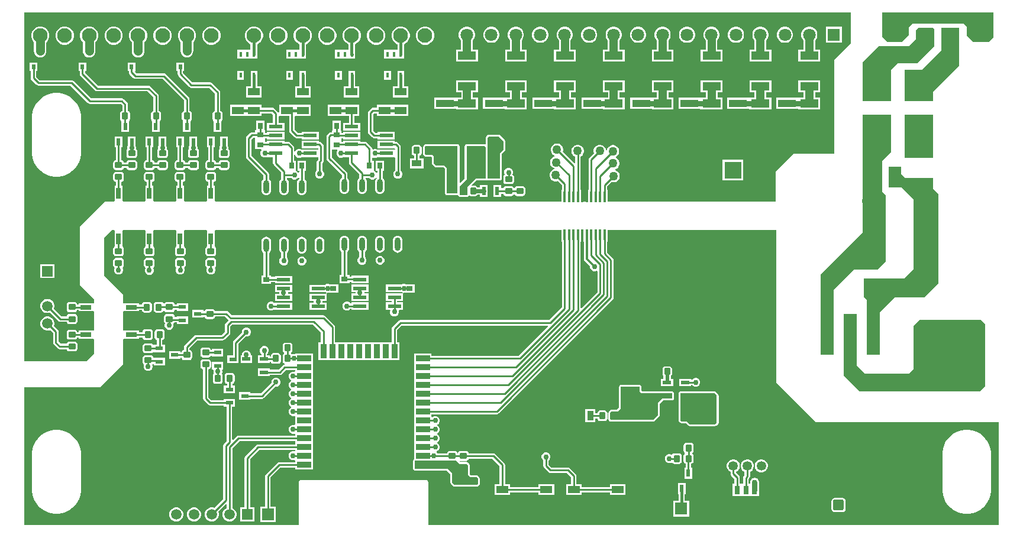
<source format=gtl>
G04*
G04 #@! TF.GenerationSoftware,Altium Limited,Altium Designer,23.1.1 (15)*
G04*
G04 Layer_Physical_Order=1*
G04 Layer_Color=255*
%FSLAX44Y44*%
%MOMM*%
G71*
G04*
G04 #@! TF.SameCoordinates,834500F6-C2E4-4EAC-996A-B368302F4D9C*
G04*
G04*
G04 #@! TF.FilePolarity,Positive*
G04*
G01*
G75*
%ADD11C,0.2540*%
%ADD12C,0.7620*%
G04:AMPARAMS|DCode=21|XSize=1mm|YSize=0.9mm|CornerRadius=0.1125mm|HoleSize=0mm|Usage=FLASHONLY|Rotation=90.000|XOffset=0mm|YOffset=0mm|HoleType=Round|Shape=RoundedRectangle|*
%AMROUNDEDRECTD21*
21,1,1.0000,0.6750,0,0,90.0*
21,1,0.7750,0.9000,0,0,90.0*
1,1,0.2250,0.3375,0.3875*
1,1,0.2250,0.3375,-0.3875*
1,1,0.2250,-0.3375,-0.3875*
1,1,0.2250,-0.3375,0.3875*
%
%ADD21ROUNDEDRECTD21*%
%ADD22R,0.9000X1.4000*%
%ADD23R,1.4000X0.9000*%
%ADD24R,0.8000X1.3000*%
%ADD25R,2.1000X3.0000*%
G04:AMPARAMS|DCode=26|XSize=1mm|YSize=0.9mm|CornerRadius=0.1125mm|HoleSize=0mm|Usage=FLASHONLY|Rotation=180.000|XOffset=0mm|YOffset=0mm|HoleType=Round|Shape=RoundedRectangle|*
%AMROUNDEDRECTD26*
21,1,1.0000,0.6750,0,0,180.0*
21,1,0.7750,0.9000,0,0,180.0*
1,1,0.2250,-0.3875,0.3375*
1,1,0.2250,0.3875,0.3375*
1,1,0.2250,0.3875,-0.3375*
1,1,0.2250,-0.3875,-0.3375*
%
%ADD26ROUNDEDRECTD26*%
%ADD27R,2.4100X2.3700*%
G04:AMPARAMS|DCode=28|XSize=0.95mm|YSize=0.85mm|CornerRadius=0.1063mm|HoleSize=0mm|Usage=FLASHONLY|Rotation=270.000|XOffset=0mm|YOffset=0mm|HoleType=Round|Shape=RoundedRectangle|*
%AMROUNDEDRECTD28*
21,1,0.9500,0.6375,0,0,270.0*
21,1,0.7375,0.8500,0,0,270.0*
1,1,0.2125,-0.3188,-0.3688*
1,1,0.2125,-0.3188,0.3688*
1,1,0.2125,0.3188,0.3688*
1,1,0.2125,0.3188,-0.3688*
%
%ADD28ROUNDEDRECTD28*%
%ADD29R,1.2000X0.5500*%
G04:AMPARAMS|DCode=30|XSize=0.95mm|YSize=0.85mm|CornerRadius=0.1063mm|HoleSize=0mm|Usage=FLASHONLY|Rotation=180.000|XOffset=0mm|YOffset=0mm|HoleType=Round|Shape=RoundedRectangle|*
%AMROUNDEDRECTD30*
21,1,0.9500,0.6375,0,0,180.0*
21,1,0.7375,0.8500,0,0,180.0*
1,1,0.2125,-0.3688,0.3188*
1,1,0.2125,0.3688,0.3188*
1,1,0.2125,0.3688,-0.3188*
1,1,0.2125,-0.3688,-0.3188*
%
%ADD30ROUNDEDRECTD30*%
%ADD31R,1.8800X1.1000*%
%ADD32R,1.6000X5.6000*%
%ADD33R,1.5300X2.7200*%
%ADD34R,3.8100X4.2400*%
%ADD35R,0.6000X1.1000*%
%ADD36R,1.7000X1.0000*%
%ADD37R,1.3300X1.3300*%
%ADD38R,2.0000X0.9000*%
%ADD39R,0.9000X2.0000*%
%ADD40R,1.1500X0.6000*%
%ADD41R,1.1000X0.6000*%
%ADD42R,1.0500X0.6000*%
%ADD43R,1.6500X0.6500*%
%ADD44R,0.9000X0.7000*%
%ADD45R,1.9812X0.5588*%
%ADD46R,1.1500X1.4700*%
%ADD47R,0.7000X0.9000*%
%ADD48O,0.8500X1.9000*%
%ADD49R,0.6500X1.6500*%
%ADD50R,0.6000X1.2000*%
%ADD51R,1.3000X4.4000*%
%ADD52R,0.9000X0.8000*%
%ADD53R,0.6000X1.0500*%
%ADD54R,2.6000X1.2000*%
%ADD55R,2.6000X1.1000*%
%ADD56R,1.7000X1.1000*%
%ADD57R,0.4500X0.7500*%
%ADD58R,2.4000X1.6000*%
%ADD59R,0.6200X0.6750*%
%ADD60R,0.4350X1.4950*%
%ADD120C,0.5588*%
%ADD121C,0.5080*%
%ADD122C,0.4318*%
%ADD123C,0.3048*%
%ADD124C,0.3810*%
%ADD125C,1.2700*%
%ADD126C,1.1430*%
%ADD127R,1.5080X1.5080*%
%ADD128C,1.5080*%
%ADD129R,1.7250X1.7250*%
%ADD130C,1.7250*%
%ADD131C,1.3500*%
%ADD132R,1.3500X1.3500*%
%ADD133C,2.3000*%
%ADD134R,2.4750X2.4750*%
%ADD135C,2.4750*%
%ADD136O,3.3000X1.6500*%
G04:AMPARAMS|DCode=137|XSize=1.5mm|YSize=1.5mm|CornerRadius=0.1875mm|HoleSize=0mm|Usage=FLASHONLY|Rotation=180.000|XOffset=0mm|YOffset=0mm|HoleType=Round|Shape=RoundedRectangle|*
%AMROUNDEDRECTD137*
21,1,1.5000,1.1250,0,0,180.0*
21,1,1.1250,1.5000,0,0,180.0*
1,1,0.3750,-0.5625,0.5625*
1,1,0.3750,0.5625,0.5625*
1,1,0.3750,0.5625,-0.5625*
1,1,0.3750,-0.5625,-0.5625*
%
%ADD137ROUNDEDRECTD137*%
%ADD138C,1.5000*%
%ADD139R,1.5000X1.5000*%
%ADD140C,0.3000*%
%ADD141R,2.4750X2.4750*%
%ADD142C,3.6000*%
%ADD143C,1.8000*%
%ADD144R,1.8000X1.8000*%
%ADD145C,2.1000*%
%ADD146C,0.6000*%
%ADD147C,0.7620*%
%ADD148C,1.2700*%
G36*
X1390650Y702564D02*
X1384046Y695960D01*
X1361440D01*
X1352550Y704850D01*
Y717804D01*
X1348232Y722122D01*
X1274826D01*
X1269492Y716788D01*
Y706374D01*
X1259078Y695960D01*
X1239012D01*
X1231392Y703580D01*
Y737870D01*
X1390650D01*
Y702564D01*
D02*
G37*
G36*
X1306068Y713994D02*
Y689864D01*
X1281684Y665480D01*
X1253490D01*
X1243838Y655828D01*
Y611124D01*
X1203452D01*
Y667004D01*
X1226566Y690118D01*
X1269238D01*
X1279398Y700278D01*
Y712978D01*
X1282700Y716280D01*
X1303782Y716280D01*
X1306068Y713994D01*
D02*
G37*
G36*
X1341628Y662178D02*
X1304544Y625094D01*
X1304544Y610870D01*
X1263904D01*
Y655828D01*
X1288288D01*
X1315720Y683260D01*
Y716280D01*
X1341628D01*
X1341628Y662178D01*
D02*
G37*
G36*
X1304544Y529590D02*
X1263904D01*
Y591820D01*
X1304544D01*
Y529590D01*
D02*
G37*
G36*
X1186688Y694182D02*
X1162812Y670306D01*
Y536194D01*
X1104646D01*
X1079246Y510794D01*
Y467360D01*
X838704D01*
Y483724D01*
X837874D01*
Y489226D01*
X843910Y495262D01*
X845666Y494792D01*
X848006D01*
X850267Y495398D01*
X852295Y496568D01*
X853950Y498223D01*
X855120Y500251D01*
X855726Y502512D01*
Y504852D01*
X855120Y507113D01*
X853950Y509141D01*
X852295Y510796D01*
X850267Y511966D01*
X849258Y512237D01*
Y513551D01*
X849759Y513686D01*
X851787Y514856D01*
X853442Y516511D01*
X854612Y518539D01*
X855218Y520800D01*
Y523140D01*
X854612Y525401D01*
X853442Y527429D01*
X851787Y529084D01*
X850293Y529946D01*
X850229Y531376D01*
X851533Y532128D01*
X853188Y533783D01*
X854358Y535811D01*
X854964Y538072D01*
Y540412D01*
X854358Y542673D01*
X853188Y544701D01*
X851533Y546356D01*
X849505Y547526D01*
X847244Y548132D01*
X844904D01*
X842643Y547526D01*
X840615Y546356D01*
X838960Y544701D01*
X837790Y542673D01*
X837382Y541150D01*
X836087Y541224D01*
X835562Y543181D01*
X834392Y545209D01*
X832737Y546864D01*
X830709Y548034D01*
X828448Y548640D01*
X826108D01*
X823847Y548034D01*
X821819Y546864D01*
X820164Y545209D01*
X818994Y543181D01*
X818388Y540920D01*
Y538580D01*
X818858Y536824D01*
X812182Y530148D01*
X811340Y528888D01*
X811044Y527401D01*
Y483724D01*
X810214D01*
Y467360D01*
X800604D01*
Y483724D01*
X799774D01*
Y531936D01*
X800987Y532636D01*
X802642Y534291D01*
X803812Y536319D01*
X804418Y538580D01*
Y540920D01*
X803812Y543181D01*
X802642Y545209D01*
X800987Y546864D01*
X798959Y548034D01*
X796698Y548640D01*
X794358D01*
X792097Y548034D01*
X790069Y546864D01*
X788414Y545209D01*
X787244Y543181D01*
X786638Y540920D01*
Y538580D01*
X787244Y536319D01*
X788414Y534291D01*
X790069Y532636D01*
X792004Y531519D01*
Y522741D01*
X790831Y522255D01*
X774484Y538602D01*
X774954Y540358D01*
Y542698D01*
X774348Y544959D01*
X773178Y546987D01*
X771523Y548642D01*
X769495Y549812D01*
X767234Y550418D01*
X764894D01*
X762633Y549812D01*
X760605Y548642D01*
X758950Y546987D01*
X757780Y544959D01*
X757174Y542698D01*
Y540358D01*
X757780Y538097D01*
X758950Y536069D01*
X760605Y534414D01*
X762489Y533327D01*
X762556Y532821D01*
X762406Y531990D01*
X761617Y531778D01*
X759589Y530608D01*
X757934Y528953D01*
X756764Y526925D01*
X756158Y524664D01*
Y522324D01*
X756764Y520063D01*
X757934Y518035D01*
X759589Y516380D01*
X761617Y515210D01*
X761991Y515109D01*
Y513795D01*
X760855Y513490D01*
X758827Y512320D01*
X757172Y510665D01*
X756002Y508637D01*
X755396Y506376D01*
Y504036D01*
X756002Y501775D01*
X757172Y499747D01*
X758827Y498092D01*
X760855Y496922D01*
X763116Y496316D01*
X765456D01*
X767212Y496786D01*
X772944Y491054D01*
Y483724D01*
X772114D01*
Y467360D01*
X276877D01*
X276554Y468496D01*
X276554Y468630D01*
Y490076D01*
X274649D01*
Y495438D01*
X276069Y495721D01*
X277281Y496531D01*
X278091Y497743D01*
X278376Y499173D01*
Y505923D01*
X278091Y507353D01*
X277281Y508565D01*
X276069Y509375D01*
X274639Y509660D01*
X266889D01*
X265459Y509375D01*
X264247Y508565D01*
X263437Y507353D01*
X263152Y505923D01*
Y499173D01*
X263437Y497743D01*
X264247Y496531D01*
X265459Y495721D01*
X266879Y495438D01*
Y490076D01*
X264974D01*
Y468630D01*
X264974Y468496D01*
X264650Y467360D01*
X232851D01*
X232527Y468496D01*
X232527Y468630D01*
Y490076D01*
X230622D01*
Y495472D01*
X231873Y495721D01*
X233085Y496531D01*
X233895Y497743D01*
X234180Y499173D01*
Y505923D01*
X233895Y507353D01*
X233085Y508565D01*
X231873Y509375D01*
X230443Y509660D01*
X222693D01*
X221263Y509375D01*
X220051Y508565D01*
X219241Y507353D01*
X218956Y505923D01*
Y499173D01*
X219241Y497743D01*
X220051Y496531D01*
X221263Y495721D01*
X222693Y495436D01*
X222853D01*
Y490076D01*
X220947D01*
Y468630D01*
X220947Y468496D01*
X220624Y467360D01*
X188824D01*
X188501Y468496D01*
X188501Y468630D01*
Y490076D01*
X186595D01*
Y495455D01*
X187931Y495721D01*
X189143Y496531D01*
X189953Y497743D01*
X190238Y499173D01*
Y505923D01*
X189953Y507353D01*
X189143Y508565D01*
X187931Y509375D01*
X186501Y509660D01*
X178751D01*
X177321Y509375D01*
X176109Y508565D01*
X175299Y507353D01*
X175014Y505923D01*
Y499173D01*
X175299Y497743D01*
X176109Y496531D01*
X177321Y495721D01*
X178751Y495436D01*
X178826D01*
Y490076D01*
X176921D01*
Y468630D01*
X176921Y468496D01*
X176597Y467360D01*
X144798D01*
X144474Y468496D01*
X144474Y468630D01*
Y490076D01*
X142569D01*
Y495438D01*
X143989Y495721D01*
X145201Y496531D01*
X146011Y497743D01*
X146296Y499173D01*
Y505923D01*
X146011Y507353D01*
X145201Y508565D01*
X143989Y509375D01*
X142559Y509660D01*
X134809D01*
X133379Y509375D01*
X132167Y508565D01*
X131357Y507353D01*
X131072Y505923D01*
Y499173D01*
X131357Y497743D01*
X132167Y496531D01*
X133379Y495721D01*
X134799Y495438D01*
Y490076D01*
X132894D01*
Y468630D01*
X132894Y468496D01*
X132570Y467360D01*
X118618D01*
X83058Y431800D01*
X83058Y348234D01*
X103632Y327660D01*
Y322671D01*
X102750Y321766D01*
X102362Y321766D01*
X81170D01*
Y319861D01*
X79416D01*
X79209Y320899D01*
X78399Y322111D01*
X77187Y322921D01*
X75757Y323206D01*
X68007D01*
X66577Y322921D01*
X65365Y322111D01*
X64555Y320899D01*
X64270Y319469D01*
Y312719D01*
X64555Y311289D01*
X65365Y310077D01*
X66577Y309267D01*
X68007Y308982D01*
X75757D01*
X77187Y309267D01*
X78399Y310077D01*
X79209Y311289D01*
X79369Y312091D01*
X81170D01*
Y310186D01*
X102362D01*
X102750Y310186D01*
X103632Y309281D01*
Y283301D01*
X102750Y282396D01*
X102362Y282396D01*
X81170D01*
Y280491D01*
X79416D01*
X79209Y281529D01*
X78399Y282741D01*
X77187Y283551D01*
X75757Y283836D01*
X68007D01*
X66577Y283551D01*
X65365Y282741D01*
X64555Y281529D01*
X64270Y280099D01*
Y273349D01*
X64555Y271919D01*
X65365Y270707D01*
X66577Y269897D01*
X68007Y269612D01*
X75757D01*
X77187Y269897D01*
X78399Y270707D01*
X79209Y271919D01*
X79369Y272721D01*
X81170D01*
Y270816D01*
X102362D01*
X102750Y270816D01*
X103632Y269911D01*
Y249682D01*
X92964Y239014D01*
X3810D01*
Y737870D01*
X1186688D01*
Y694182D01*
D02*
G37*
G36*
X803874Y409654D02*
X804445D01*
Y385171D01*
X804761Y383585D01*
X805659Y382240D01*
X813415Y374484D01*
Y372731D01*
X814382Y370397D01*
X816168Y368611D01*
X818502Y367645D01*
X821028D01*
X822631Y368309D01*
X823901Y367491D01*
Y337616D01*
X800947Y314662D01*
X799774Y315148D01*
Y409654D01*
X800604D01*
Y426212D01*
X803874D01*
Y409654D01*
D02*
G37*
G36*
X1079500Y208534D02*
X1136904Y151130D01*
X1398270D01*
Y3810D01*
X581540D01*
Y65750D01*
X581343Y66741D01*
X580781Y67581D01*
X579941Y68143D01*
X578950Y68340D01*
X398950D01*
X397959Y68143D01*
X397119Y67581D01*
X396557Y66741D01*
X396360Y65750D01*
Y3810D01*
X3810D01*
Y201422D01*
X112268D01*
X145288Y234442D01*
Y269911D01*
X146170Y270816D01*
X146558Y270816D01*
X167750D01*
Y272721D01*
X173112D01*
X173395Y271301D01*
X174205Y270089D01*
X175417Y269279D01*
X176847Y268994D01*
X183597D01*
X185027Y269279D01*
X186239Y270089D01*
X187049Y271301D01*
X187334Y272731D01*
Y280481D01*
X187049Y281911D01*
X186239Y283123D01*
X185027Y283933D01*
X183597Y284218D01*
X176847D01*
X175417Y283933D01*
X174205Y283123D01*
X173395Y281911D01*
X173112Y280491D01*
X167750D01*
Y282396D01*
X146558D01*
X146170Y282396D01*
X145288Y283301D01*
Y309281D01*
X146170Y310186D01*
X146558Y310186D01*
X167750D01*
Y312091D01*
X172096D01*
X172379Y310671D01*
X173189Y309459D01*
X174401Y308649D01*
X175831Y308364D01*
X182581D01*
X184011Y308649D01*
X185223Y309459D01*
X186033Y310671D01*
X186318Y312101D01*
Y319851D01*
X186033Y321281D01*
X185223Y322493D01*
X184011Y323303D01*
X182581Y323588D01*
X175831D01*
X174401Y323303D01*
X173189Y322493D01*
X172379Y321281D01*
X172096Y319861D01*
X167750D01*
Y321766D01*
X146558D01*
X146170Y321766D01*
X145288Y322671D01*
Y334264D01*
X118364Y361188D01*
Y415801D01*
X128762Y426212D01*
X132571D01*
X132894Y425076D01*
X132894Y424942D01*
Y403496D01*
X132307Y402469D01*
X132167Y402375D01*
X131357Y401163D01*
X131072Y399733D01*
Y392983D01*
X131357Y391553D01*
X132167Y390341D01*
X133379Y389531D01*
X134809Y389246D01*
X142559D01*
X143989Y389531D01*
X145201Y390341D01*
X146011Y391553D01*
X146296Y392983D01*
Y399733D01*
X146011Y401163D01*
X145201Y402375D01*
X145061Y402469D01*
X144474Y403496D01*
Y424942D01*
X144474Y425076D01*
X144797Y426212D01*
X176597D01*
X176921Y425076D01*
X176921Y424942D01*
Y403496D01*
X176281Y402491D01*
X176109Y402375D01*
X175299Y401163D01*
X175014Y399733D01*
Y392983D01*
X175299Y391553D01*
X176109Y390341D01*
X177321Y389531D01*
X178751Y389246D01*
X186501D01*
X187931Y389531D01*
X189143Y390341D01*
X189953Y391553D01*
X190238Y392983D01*
Y399733D01*
X189953Y401163D01*
X189143Y402375D01*
X189035Y402447D01*
X188501Y403496D01*
Y424942D01*
X188501Y425076D01*
X188824Y426212D01*
X220624D01*
X220947Y425076D01*
X220947Y424942D01*
Y403496D01*
X220413Y402447D01*
X220305Y402375D01*
X219495Y401163D01*
X219210Y399733D01*
Y392983D01*
X219495Y391553D01*
X220305Y390341D01*
X221517Y389531D01*
X222947Y389246D01*
X230697D01*
X232127Y389531D01*
X233339Y390341D01*
X234149Y391553D01*
X234434Y392983D01*
Y399733D01*
X234149Y401163D01*
X233339Y402375D01*
X233167Y402491D01*
X232527Y403496D01*
Y424942D01*
X232527Y425076D01*
X232851Y426212D01*
X264651D01*
X264974Y425076D01*
X264974Y424942D01*
Y403496D01*
X264387Y402469D01*
X264247Y402375D01*
X263437Y401163D01*
X263152Y399733D01*
Y392983D01*
X263437Y391553D01*
X264247Y390341D01*
X265459Y389531D01*
X266889Y389246D01*
X274639D01*
X276069Y389531D01*
X277281Y390341D01*
X278091Y391553D01*
X278376Y392983D01*
Y399733D01*
X278091Y401163D01*
X277281Y402375D01*
X277141Y402469D01*
X276554Y403496D01*
Y424942D01*
X276554Y425076D01*
X276877Y426212D01*
X772114D01*
Y409654D01*
X772944D01*
Y315396D01*
X755057Y297509D01*
X541782D01*
X540295Y297213D01*
X539035Y296371D01*
X530653Y287989D01*
X529811Y286729D01*
X529515Y285242D01*
Y265290D01*
X448385D01*
Y287782D01*
X448089Y289269D01*
X447247Y290529D01*
X434547Y303229D01*
X433287Y304071D01*
X431800Y304367D01*
X300388D01*
X295363Y309391D01*
X294103Y310234D01*
X292616Y310529D01*
X276660D01*
X276567Y310993D01*
X275757Y312205D01*
X274545Y313015D01*
X273115Y313300D01*
X265365D01*
X263935Y313015D01*
X262723Y312205D01*
X261913Y310993D01*
X261768Y310268D01*
X259836D01*
Y312118D01*
X244256D01*
Y301038D01*
X259836D01*
Y302498D01*
X261691D01*
X261913Y301383D01*
X262723Y300171D01*
X263935Y299361D01*
X265365Y299076D01*
X273115D01*
X274545Y299361D01*
X275757Y300171D01*
X276567Y301383D01*
X276841Y302760D01*
X291007D01*
X296032Y297735D01*
X296102Y297024D01*
X291893Y292815D01*
X291051Y291555D01*
X290755Y290068D01*
Y281009D01*
X285919Y276173D01*
X249682D01*
X248195Y275877D01*
X246935Y275035D01*
X233473Y261573D01*
X232631Y260313D01*
X232335Y258826D01*
Y254624D01*
X230915Y254341D01*
X229703Y253531D01*
X228893Y252319D01*
X228723Y251467D01*
X226816D01*
Y253190D01*
X211236D01*
Y242110D01*
X226816D01*
Y243697D01*
X228696D01*
X228893Y242709D01*
X229703Y241497D01*
X230915Y240687D01*
X232345Y240402D01*
X240095D01*
X241525Y240687D01*
X242737Y241497D01*
X243547Y242709D01*
X243832Y244139D01*
Y250889D01*
X243547Y252319D01*
X242737Y253531D01*
X241525Y254341D01*
X240105Y254624D01*
Y257217D01*
X251291Y268403D01*
X287528D01*
X289015Y268699D01*
X290275Y269541D01*
X297387Y276653D01*
X298229Y277913D01*
X298525Y279400D01*
Y288459D01*
X301583Y291517D01*
X416221D01*
X427915Y279823D01*
Y265290D01*
X424760D01*
Y240210D01*
X540440D01*
Y265290D01*
X537285D01*
Y283633D01*
X543391Y289739D01*
X752812D01*
X753298Y288566D01*
X711367Y246635D01*
X586490D01*
Y249790D01*
X561410D01*
Y235710D01*
Y223010D01*
Y210310D01*
Y197610D01*
Y184910D01*
Y172210D01*
Y159510D01*
Y146810D01*
Y134110D01*
Y121410D01*
Y108710D01*
Y98093D01*
X561033Y97841D01*
X560471Y97001D01*
X560274Y96010D01*
Y84836D01*
X560471Y83845D01*
X561033Y83005D01*
X561873Y82443D01*
X562864Y82246D01*
X608421D01*
X613487Y77180D01*
X613487Y64684D01*
X613684Y63693D01*
X614246Y62853D01*
X617462Y59637D01*
X617462Y59637D01*
X618302Y59075D01*
X619293Y58878D01*
X651002Y58878D01*
X651993Y59075D01*
X652833Y59637D01*
X655119Y61923D01*
X655681Y62763D01*
X655878Y63754D01*
Y70104D01*
X655681Y71095D01*
X655119Y71935D01*
X652833Y74221D01*
X651993Y74783D01*
X651002Y74980D01*
X642677D01*
X640892Y76765D01*
Y89916D01*
X640695Y90907D01*
X640133Y91747D01*
X638355Y93525D01*
X637515Y94087D01*
X636524Y94284D01*
X627033D01*
X626471Y94985D01*
X627253Y96040D01*
X628077Y95876D01*
X635827D01*
X637257Y96161D01*
X638469Y96971D01*
X639279Y98183D01*
X639462Y99103D01*
X673405D01*
X683939Y88569D01*
Y62104D01*
X676784D01*
Y47024D01*
X698864D01*
Y50679D01*
X739784D01*
Y47024D01*
X761864D01*
Y62104D01*
X739784D01*
Y58449D01*
X698864D01*
Y62104D01*
X691709D01*
Y90178D01*
X691413Y91665D01*
X690571Y92925D01*
X677761Y105735D01*
X676501Y106577D01*
X675014Y106873D01*
X639462D01*
X639279Y107793D01*
X638469Y109005D01*
X637257Y109815D01*
X635827Y110100D01*
X628077D01*
X626647Y109815D01*
X625435Y109005D01*
X624625Y107793D01*
X624441Y106868D01*
X623171D01*
X623031Y107571D01*
X622235Y108763D01*
X621043Y109559D01*
X619637Y109839D01*
X612262D01*
X610857Y109559D01*
X609665Y108763D01*
X608869Y107571D01*
X608743Y106936D01*
X594957D01*
X593618Y108274D01*
X593647Y109303D01*
X593783Y109717D01*
X595352Y110367D01*
X597138Y112153D01*
X598105Y114487D01*
Y117013D01*
X597138Y119347D01*
X595352Y121133D01*
X594621Y121436D01*
Y122811D01*
X595417Y123141D01*
X597203Y124927D01*
X598170Y127261D01*
Y129787D01*
X597203Y132121D01*
X595417Y133907D01*
X594616Y134239D01*
Y135509D01*
X595417Y135841D01*
X597203Y137627D01*
X598170Y139961D01*
Y142487D01*
X597203Y144821D01*
X595417Y146607D01*
X594923Y146812D01*
Y148082D01*
X595417Y148287D01*
X597203Y150073D01*
X598170Y152407D01*
Y154933D01*
X597203Y157267D01*
X595417Y159053D01*
X593083Y160020D01*
X590557D01*
X588223Y159053D01*
X587760Y158590D01*
X586490Y159116D01*
Y162665D01*
X679881D01*
X681368Y162961D01*
X682628Y163803D01*
X845773Y326948D01*
X846615Y328208D01*
X846911Y329695D01*
Y383540D01*
X846615Y385027D01*
X845773Y386287D01*
X837874Y394186D01*
Y409654D01*
X838704D01*
Y426212D01*
X1079500D01*
Y208534D01*
D02*
G37*
G36*
X1258316Y506984D02*
X1263904Y501396D01*
X1304544D01*
X1304544Y486156D01*
X1312164Y478536D01*
Y350012D01*
X1292352Y330200D01*
X1248918D01*
X1227582Y308864D01*
Y248158D01*
X1209294D01*
Y326390D01*
X1205484Y330200D01*
Y357124D01*
X1262380D01*
X1276350Y371094D01*
Y470408D01*
X1258824Y487934D01*
X1240790D01*
Y517398D01*
X1258316D01*
Y506984D01*
D02*
G37*
G36*
X1243838Y537972D02*
X1231646Y525780D01*
Y481330D01*
X1236726Y476250D01*
Y381508D01*
X1224788Y369570D01*
X1191006D01*
X1161542Y340106D01*
Y248158D01*
X1143254D01*
Y362966D01*
X1203452Y423164D01*
Y591820D01*
X1243838D01*
Y537972D01*
D02*
G37*
G36*
X1194562Y232664D02*
X1206246Y220980D01*
X1270000D01*
X1276350Y227330D01*
Y289814D01*
X1284478Y297942D01*
X1372870D01*
X1378966Y291846D01*
Y202946D01*
X1371600Y195580D01*
X1199134D01*
X1176274Y218440D01*
Y306578D01*
X1194562D01*
Y232664D01*
D02*
G37*
G36*
X625856Y91694D02*
X636524D01*
X638302Y89916D01*
Y75692D01*
X641604Y72390D01*
X651002D01*
X653288Y70104D01*
Y63754D01*
X651002Y61468D01*
X619293Y61468D01*
X616077Y64684D01*
X616077Y78253D01*
X609493Y84836D01*
X562864D01*
Y96010D01*
X586490D01*
Y96012D01*
X621538D01*
X625856Y91694D01*
D02*
G37*
%LPC*%
G36*
X1173590Y717660D02*
X1150510D01*
Y694580D01*
X1173590D01*
Y717660D01*
D02*
G37*
G36*
X1093569D02*
X1090531D01*
X1087596Y716873D01*
X1084964Y715354D01*
X1082816Y713206D01*
X1081296Y710574D01*
X1080510Y707639D01*
Y704601D01*
X1081296Y701666D01*
X1082816Y699034D01*
X1084964Y696886D01*
X1087596Y695367D01*
X1090531Y694580D01*
X1093569D01*
X1096504Y695367D01*
X1099136Y696886D01*
X1101284Y699034D01*
X1102803Y701666D01*
X1103590Y704601D01*
Y707639D01*
X1102803Y710574D01*
X1101284Y713206D01*
X1099136Y715354D01*
X1096504Y716873D01*
X1093569Y717660D01*
D02*
G37*
G36*
X1023569D02*
X1020531D01*
X1017596Y716873D01*
X1014964Y715354D01*
X1012816Y713206D01*
X1011296Y710574D01*
X1010510Y707639D01*
Y704601D01*
X1011296Y701666D01*
X1012816Y699034D01*
X1014964Y696886D01*
X1017596Y695367D01*
X1020531Y694580D01*
X1023569D01*
X1026504Y695367D01*
X1029136Y696886D01*
X1031284Y699034D01*
X1032803Y701666D01*
X1033590Y704601D01*
Y707639D01*
X1032803Y710574D01*
X1031284Y713206D01*
X1029136Y715354D01*
X1026504Y716873D01*
X1023569Y717660D01*
D02*
G37*
G36*
X953569D02*
X950531D01*
X947596Y716873D01*
X944964Y715354D01*
X942816Y713206D01*
X941296Y710574D01*
X940510Y707639D01*
Y704601D01*
X941296Y701666D01*
X942816Y699034D01*
X944964Y696886D01*
X947596Y695367D01*
X950531Y694580D01*
X953569D01*
X956504Y695367D01*
X959136Y696886D01*
X961284Y699034D01*
X962803Y701666D01*
X963590Y704601D01*
Y707639D01*
X962803Y710574D01*
X961284Y713206D01*
X959136Y715354D01*
X956504Y716873D01*
X953569Y717660D01*
D02*
G37*
G36*
X883569D02*
X880531D01*
X877596Y716873D01*
X874964Y715354D01*
X872816Y713206D01*
X871296Y710574D01*
X870510Y707639D01*
Y704601D01*
X871296Y701666D01*
X872816Y699034D01*
X874964Y696886D01*
X877596Y695367D01*
X880531Y694580D01*
X883569D01*
X886504Y695367D01*
X889136Y696886D01*
X891284Y699034D01*
X892803Y701666D01*
X893590Y704601D01*
Y707639D01*
X892803Y710574D01*
X891284Y713206D01*
X889136Y715354D01*
X886504Y716873D01*
X883569Y717660D01*
D02*
G37*
G36*
X813569D02*
X810531D01*
X807596Y716873D01*
X804964Y715354D01*
X802816Y713206D01*
X801296Y710574D01*
X800510Y707639D01*
Y704601D01*
X801296Y701666D01*
X802816Y699034D01*
X804964Y696886D01*
X807596Y695367D01*
X810531Y694580D01*
X813569D01*
X816504Y695367D01*
X819136Y696886D01*
X821284Y699034D01*
X822803Y701666D01*
X823590Y704601D01*
Y707639D01*
X822803Y710574D01*
X821284Y713206D01*
X819136Y715354D01*
X816504Y716873D01*
X813569Y717660D01*
D02*
G37*
G36*
X743569D02*
X740531D01*
X737596Y716873D01*
X734964Y715354D01*
X732816Y713206D01*
X731296Y710574D01*
X730510Y707639D01*
Y704601D01*
X731296Y701666D01*
X732816Y699034D01*
X734964Y696886D01*
X737596Y695367D01*
X740531Y694580D01*
X743569D01*
X746504Y695367D01*
X749136Y696886D01*
X751284Y699034D01*
X752803Y701666D01*
X753590Y704601D01*
Y707639D01*
X752803Y710574D01*
X751284Y713206D01*
X749136Y715354D01*
X746504Y716873D01*
X743569Y717660D01*
D02*
G37*
G36*
X673569D02*
X670531D01*
X667596Y716873D01*
X664964Y715354D01*
X662816Y713206D01*
X661296Y710574D01*
X660510Y707639D01*
Y704601D01*
X661296Y701666D01*
X662816Y699034D01*
X664964Y696886D01*
X667596Y695367D01*
X670531Y694580D01*
X673569D01*
X676504Y695367D01*
X679136Y696886D01*
X681284Y699034D01*
X682803Y701666D01*
X683590Y704601D01*
Y707639D01*
X682803Y710574D01*
X681284Y713206D01*
X679136Y715354D01*
X676504Y716873D01*
X673569Y717660D01*
D02*
G37*
G36*
X578975Y718012D02*
X575541D01*
X572225Y717123D01*
X569251Y715407D01*
X566823Y712979D01*
X565107Y710005D01*
X564218Y706689D01*
Y703255D01*
X565107Y699939D01*
X566823Y696965D01*
X569251Y694537D01*
X572225Y692821D01*
X575541Y691932D01*
X578975D01*
X582291Y692821D01*
X585265Y694537D01*
X587693Y696965D01*
X589409Y699939D01*
X590298Y703255D01*
Y706689D01*
X589409Y710005D01*
X587693Y712979D01*
X585265Y715407D01*
X582291Y717123D01*
X578975Y718012D01*
D02*
G37*
G36*
X508975D02*
X505541D01*
X502225Y717123D01*
X499251Y715407D01*
X496823Y712979D01*
X495107Y710005D01*
X494218Y706689D01*
Y703255D01*
X495107Y699939D01*
X496823Y696965D01*
X499251Y694537D01*
X502225Y692821D01*
X505541Y691932D01*
X508975D01*
X512291Y692821D01*
X515265Y694537D01*
X517693Y696965D01*
X519409Y699939D01*
X520298Y703255D01*
Y706689D01*
X519409Y710005D01*
X517693Y712979D01*
X515265Y715407D01*
X512291Y717123D01*
X508975Y718012D01*
D02*
G37*
G36*
X438975D02*
X435541D01*
X432225Y717123D01*
X429251Y715407D01*
X426823Y712979D01*
X425107Y710005D01*
X424218Y706689D01*
Y703255D01*
X425107Y699939D01*
X426823Y696965D01*
X429251Y694537D01*
X432225Y692821D01*
X435541Y691932D01*
X438975D01*
X442291Y692821D01*
X445265Y694537D01*
X447693Y696965D01*
X449409Y699939D01*
X450298Y703255D01*
Y706689D01*
X449409Y710005D01*
X447693Y712979D01*
X445265Y715407D01*
X442291Y717123D01*
X438975Y718012D01*
D02*
G37*
G36*
X368975D02*
X365541D01*
X362225Y717123D01*
X359251Y715407D01*
X356823Y712979D01*
X355107Y710005D01*
X354218Y706689D01*
Y703255D01*
X355107Y699939D01*
X356823Y696965D01*
X359251Y694537D01*
X362225Y692821D01*
X365541Y691932D01*
X368975D01*
X372291Y692821D01*
X375265Y694537D01*
X377693Y696965D01*
X379409Y699939D01*
X380298Y703255D01*
Y706689D01*
X379409Y710005D01*
X377693Y712979D01*
X375265Y715407D01*
X372291Y717123D01*
X368975Y718012D01*
D02*
G37*
G36*
X273289D02*
X269855D01*
X266539Y717123D01*
X263565Y715407D01*
X261137Y712979D01*
X259421Y710005D01*
X258532Y706689D01*
Y703255D01*
X259421Y699939D01*
X261137Y696965D01*
X263565Y694537D01*
X266539Y692821D01*
X269855Y691932D01*
X273289D01*
X276605Y692821D01*
X279579Y694537D01*
X282007Y696965D01*
X283723Y699939D01*
X284612Y703255D01*
Y706689D01*
X283723Y710005D01*
X282007Y712979D01*
X279579Y715407D01*
X276605Y717123D01*
X273289Y718012D01*
D02*
G37*
G36*
X203289D02*
X199855D01*
X196539Y717123D01*
X193565Y715407D01*
X191137Y712979D01*
X189421Y710005D01*
X188532Y706689D01*
Y703255D01*
X189421Y699939D01*
X191137Y696965D01*
X193565Y694537D01*
X196539Y692821D01*
X199855Y691932D01*
X203289D01*
X206605Y692821D01*
X209579Y694537D01*
X212007Y696965D01*
X213723Y699939D01*
X214612Y703255D01*
Y706689D01*
X213723Y710005D01*
X212007Y712979D01*
X209579Y715407D01*
X206605Y717123D01*
X203289Y718012D01*
D02*
G37*
G36*
X133289D02*
X129855D01*
X126539Y717123D01*
X123565Y715407D01*
X121137Y712979D01*
X119421Y710005D01*
X118532Y706689D01*
Y703255D01*
X119421Y699939D01*
X121137Y696965D01*
X123565Y694537D01*
X126539Y692821D01*
X129855Y691932D01*
X133289D01*
X136605Y692821D01*
X139579Y694537D01*
X142007Y696965D01*
X143723Y699939D01*
X144612Y703255D01*
Y706689D01*
X143723Y710005D01*
X142007Y712979D01*
X139579Y715407D01*
X136605Y717123D01*
X133289Y718012D01*
D02*
G37*
G36*
X63289D02*
X59855D01*
X56539Y717123D01*
X53565Y715407D01*
X51137Y712979D01*
X49421Y710005D01*
X48532Y706689D01*
Y703255D01*
X49421Y699939D01*
X51137Y696965D01*
X53565Y694537D01*
X56539Y692821D01*
X59855Y691932D01*
X63289D01*
X66605Y692821D01*
X69579Y694537D01*
X72007Y696965D01*
X73723Y699939D01*
X74612Y703255D01*
Y706689D01*
X73723Y710005D01*
X72007Y712979D01*
X69579Y715407D01*
X66605Y717123D01*
X63289Y718012D01*
D02*
G37*
G36*
X238289D02*
X234855D01*
X231539Y717123D01*
X228565Y715407D01*
X226137Y712979D01*
X224421Y710005D01*
X223532Y706689D01*
Y703255D01*
X224421Y699939D01*
X226137Y696965D01*
X227507Y695595D01*
Y682702D01*
X227813Y680381D01*
X228709Y678219D01*
X230134Y676362D01*
X231991Y674937D01*
X234153Y674041D01*
X236474Y673735D01*
X238795Y674041D01*
X240957Y674937D01*
X242814Y676362D01*
X244239Y678219D01*
X245135Y680381D01*
X245441Y682702D01*
Y695399D01*
X247007Y696965D01*
X248723Y699939D01*
X249612Y703255D01*
Y706689D01*
X248723Y710005D01*
X247007Y712979D01*
X244579Y715407D01*
X241605Y717123D01*
X238289Y718012D01*
D02*
G37*
G36*
X168289D02*
X164855D01*
X161539Y717123D01*
X158565Y715407D01*
X156137Y712979D01*
X154421Y710005D01*
X153532Y706689D01*
Y703255D01*
X154421Y699939D01*
X156137Y696965D01*
X157657Y695445D01*
Y682702D01*
X157963Y680381D01*
X158859Y678219D01*
X160284Y676362D01*
X162141Y674937D01*
X164303Y674041D01*
X166624Y673735D01*
X168945Y674041D01*
X171107Y674937D01*
X172964Y676362D01*
X174389Y678219D01*
X175285Y680381D01*
X175591Y682702D01*
Y695549D01*
X177007Y696965D01*
X178723Y699939D01*
X179612Y703255D01*
Y706689D01*
X178723Y710005D01*
X177007Y712979D01*
X174579Y715407D01*
X171605Y717123D01*
X168289Y718012D01*
D02*
G37*
G36*
X98289D02*
X94855D01*
X91539Y717123D01*
X88565Y715407D01*
X86137Y712979D01*
X84421Y710005D01*
X83532Y706689D01*
Y703255D01*
X84421Y699939D01*
X86137Y696965D01*
X87553Y695549D01*
Y682702D01*
X87859Y680381D01*
X88755Y678219D01*
X90180Y676362D01*
X92037Y674937D01*
X94199Y674041D01*
X96520Y673735D01*
X98841Y674041D01*
X101003Y674937D01*
X102860Y676362D01*
X104285Y678219D01*
X105181Y680381D01*
X105487Y682702D01*
Y695445D01*
X107007Y696965D01*
X108723Y699939D01*
X109612Y703255D01*
Y706689D01*
X108723Y710005D01*
X107007Y712979D01*
X104579Y715407D01*
X101605Y717123D01*
X98289Y718012D01*
D02*
G37*
G36*
X28289D02*
X24855D01*
X21539Y717123D01*
X18565Y715407D01*
X16137Y712979D01*
X14421Y710005D01*
X13532Y706689D01*
Y703255D01*
X14421Y699939D01*
X16137Y696965D01*
X17449Y695653D01*
Y682702D01*
X17755Y680381D01*
X18651Y678219D01*
X20076Y676362D01*
X21933Y674937D01*
X24095Y674041D01*
X26416Y673735D01*
X28737Y674041D01*
X30899Y674937D01*
X32756Y676362D01*
X34181Y678219D01*
X35077Y680381D01*
X35383Y682702D01*
Y695341D01*
X37007Y696965D01*
X38723Y699939D01*
X39612Y703255D01*
Y706689D01*
X38723Y710005D01*
X37007Y712979D01*
X34579Y715407D01*
X31605Y717123D01*
X28289Y718012D01*
D02*
G37*
G36*
X543975D02*
X540541D01*
X537225Y717123D01*
X534251Y715407D01*
X531823Y712979D01*
X530107Y710005D01*
X529218Y706689D01*
Y703255D01*
X530107Y699939D01*
X531823Y696965D01*
X534251Y694537D01*
X537225Y692821D01*
X537534Y692738D01*
Y684484D01*
X518602D01*
Y671904D01*
X547182D01*
Y678189D01*
X547183Y678194D01*
X547182Y678199D01*
Y684484D01*
X547116D01*
Y692774D01*
X547291Y692821D01*
X550265Y694537D01*
X552693Y696965D01*
X554409Y699939D01*
X555298Y703255D01*
Y706689D01*
X554409Y710005D01*
X552693Y712979D01*
X550265Y715407D01*
X547291Y717123D01*
X543975Y718012D01*
D02*
G37*
G36*
X473975D02*
X470541D01*
X467225Y717123D01*
X464251Y715407D01*
X461823Y712979D01*
X460107Y710005D01*
X459218Y706689D01*
Y703255D01*
X460107Y699939D01*
X461823Y696965D01*
X464251Y694537D01*
X467225Y692821D01*
X467482Y692752D01*
Y684484D01*
X448498D01*
Y671904D01*
X477078D01*
Y678189D01*
X477079Y678194D01*
X477078Y678199D01*
Y684484D01*
X477064D01*
Y692760D01*
X477291Y692821D01*
X480265Y694537D01*
X482693Y696965D01*
X484409Y699939D01*
X485298Y703255D01*
Y706689D01*
X484409Y710005D01*
X482693Y712979D01*
X480265Y715407D01*
X477291Y717123D01*
X473975Y718012D01*
D02*
G37*
G36*
X403975D02*
X400541D01*
X397225Y717123D01*
X394251Y715407D01*
X391823Y712979D01*
X390107Y710005D01*
X389218Y706689D01*
Y703255D01*
X390107Y699939D01*
X391823Y696965D01*
X394251Y694537D01*
X397225Y692821D01*
X397430Y692766D01*
Y684484D01*
X378394D01*
Y671904D01*
X406974D01*
Y678040D01*
X407012Y678231D01*
Y692746D01*
X407291Y692821D01*
X410265Y694537D01*
X412693Y696965D01*
X414409Y699939D01*
X415298Y703255D01*
Y706689D01*
X414409Y710005D01*
X412693Y712979D01*
X410265Y715407D01*
X407291Y717123D01*
X403975Y718012D01*
D02*
G37*
G36*
X333975D02*
X330541D01*
X327225Y717123D01*
X324251Y715407D01*
X321823Y712979D01*
X320107Y710005D01*
X319218Y706689D01*
Y703255D01*
X320107Y699939D01*
X321823Y696965D01*
X324251Y694537D01*
X327225Y692821D01*
X327505Y692746D01*
Y684484D01*
X308544D01*
Y671904D01*
X337124D01*
Y678189D01*
X337125Y678194D01*
X337124Y678199D01*
Y684484D01*
X337087D01*
Y692766D01*
X337291Y692821D01*
X340265Y694537D01*
X342693Y696965D01*
X344409Y699939D01*
X345298Y703255D01*
Y706689D01*
X344409Y710005D01*
X342693Y712979D01*
X340265Y715407D01*
X337291Y717123D01*
X333975Y718012D01*
D02*
G37*
G36*
X1128569Y717660D02*
X1125531D01*
X1122596Y716873D01*
X1119964Y715354D01*
X1117816Y713206D01*
X1116296Y710574D01*
X1115510Y707639D01*
Y704601D01*
X1116296Y701666D01*
X1117816Y699034D01*
X1118698Y698152D01*
Y684590D01*
X1111458D01*
Y667510D01*
X1142538D01*
Y684590D01*
X1135350D01*
Y698100D01*
X1136284Y699034D01*
X1137803Y701666D01*
X1138590Y704601D01*
Y707639D01*
X1137803Y710574D01*
X1136284Y713206D01*
X1134136Y715354D01*
X1131504Y716873D01*
X1128569Y717660D01*
D02*
G37*
G36*
X1058569D02*
X1055531D01*
X1052596Y716873D01*
X1049964Y715354D01*
X1047816Y713206D01*
X1046296Y710574D01*
X1045510Y707639D01*
Y704601D01*
X1046296Y701666D01*
X1047816Y699034D01*
X1048773Y698077D01*
Y684590D01*
X1041608D01*
Y667510D01*
X1072688D01*
Y684590D01*
X1065425D01*
Y698175D01*
X1066284Y699034D01*
X1067804Y701666D01*
X1068590Y704601D01*
Y707639D01*
X1067804Y710574D01*
X1066284Y713206D01*
X1064136Y715354D01*
X1061504Y716873D01*
X1058569Y717660D01*
D02*
G37*
G36*
X988569D02*
X985531D01*
X982596Y716873D01*
X979964Y715354D01*
X977816Y713206D01*
X976296Y710574D01*
X975510Y707639D01*
Y704601D01*
X976296Y701666D01*
X977816Y699034D01*
X978848Y698002D01*
Y684590D01*
X971758D01*
Y667510D01*
X1002838D01*
Y684590D01*
X995500D01*
Y698250D01*
X996284Y699034D01*
X997803Y701666D01*
X998590Y704601D01*
Y707639D01*
X997803Y710574D01*
X996284Y713206D01*
X994136Y715354D01*
X991504Y716873D01*
X988569Y717660D01*
D02*
G37*
G36*
X918569D02*
X915531D01*
X912596Y716873D01*
X909964Y715354D01*
X907816Y713206D01*
X906296Y710574D01*
X905510Y707639D01*
Y704601D01*
X906296Y701666D01*
X907816Y699034D01*
X908796Y698054D01*
Y684590D01*
X901654D01*
Y667510D01*
X932734D01*
Y684590D01*
X925448D01*
Y698198D01*
X926284Y699034D01*
X927804Y701666D01*
X928590Y704601D01*
Y707639D01*
X927804Y710574D01*
X926284Y713206D01*
X924136Y715354D01*
X921504Y716873D01*
X918569Y717660D01*
D02*
G37*
G36*
X848569D02*
X845531D01*
X842596Y716873D01*
X839964Y715354D01*
X837816Y713206D01*
X836296Y710574D01*
X835510Y707639D01*
Y704601D01*
X836296Y701666D01*
X837816Y699034D01*
X838724Y698126D01*
Y684590D01*
X831804D01*
Y667510D01*
X862884D01*
Y684590D01*
X855376D01*
Y698126D01*
X856284Y699034D01*
X857803Y701666D01*
X858590Y704601D01*
Y707639D01*
X857803Y710574D01*
X856284Y713206D01*
X854136Y715354D01*
X851504Y716873D01*
X848569Y717660D01*
D02*
G37*
G36*
X778569D02*
X775531D01*
X772596Y716873D01*
X769964Y715354D01*
X767816Y713206D01*
X766296Y710574D01*
X765510Y707639D01*
Y704601D01*
X766296Y701666D01*
X767816Y699034D01*
X768819Y698031D01*
Y684590D01*
X761700D01*
Y667510D01*
X792780D01*
Y684590D01*
X785471D01*
Y698221D01*
X786284Y699034D01*
X787804Y701666D01*
X788590Y704601D01*
Y707639D01*
X787804Y710574D01*
X786284Y713206D01*
X784136Y715354D01*
X781504Y716873D01*
X778569Y717660D01*
D02*
G37*
G36*
X708569D02*
X705531D01*
X702596Y716873D01*
X699964Y715354D01*
X697816Y713206D01*
X696296Y710574D01*
X695510Y707639D01*
Y704601D01*
X696296Y701666D01*
X697816Y699034D01*
X698767Y698083D01*
Y684590D01*
X691596D01*
Y667510D01*
X722676D01*
Y684590D01*
X715419D01*
Y698169D01*
X716284Y699034D01*
X717803Y701666D01*
X718590Y704601D01*
Y707639D01*
X717803Y710574D01*
X716284Y713206D01*
X714136Y715354D01*
X711504Y716873D01*
X708569Y717660D01*
D02*
G37*
G36*
X638569D02*
X635531D01*
X632596Y716873D01*
X629964Y715354D01*
X627816Y713206D01*
X626297Y710574D01*
X625510Y707639D01*
Y704601D01*
X626297Y701666D01*
X627816Y699034D01*
X628842Y698008D01*
Y684590D01*
X621746D01*
Y667510D01*
X652826D01*
Y684590D01*
X645494D01*
Y698244D01*
X646284Y699034D01*
X647804Y701666D01*
X648590Y704601D01*
Y707639D01*
X647804Y710574D01*
X646284Y713206D01*
X644136Y715354D01*
X641504Y716873D01*
X638569Y717660D01*
D02*
G37*
G36*
X528182Y654484D02*
X518602D01*
Y641904D01*
X528182D01*
Y654484D01*
D02*
G37*
G36*
X458078D02*
X448498D01*
Y641904D01*
X458078D01*
Y654484D01*
D02*
G37*
G36*
X387974D02*
X378394D01*
Y641904D01*
X387974D01*
Y654484D01*
D02*
G37*
G36*
X318124D02*
X308544D01*
Y641904D01*
X318124D01*
Y654484D01*
D02*
G37*
G36*
X547182D02*
X537602D01*
Y648199D01*
X537601Y648194D01*
Y632664D01*
X531250D01*
Y616584D01*
X553330D01*
Y632664D01*
X547183D01*
Y648194D01*
X547182Y648199D01*
Y654484D01*
D02*
G37*
G36*
X477078D02*
X467498D01*
Y648199D01*
X467497Y648194D01*
Y632664D01*
X461146D01*
Y616584D01*
X483226D01*
Y632664D01*
X477079D01*
Y648194D01*
X477078Y648199D01*
Y654484D01*
D02*
G37*
G36*
X406974D02*
X397394D01*
Y648199D01*
X397393Y648194D01*
Y632664D01*
X391042D01*
Y616584D01*
X413122D01*
Y632664D01*
X406975D01*
Y648194D01*
X406974Y648199D01*
Y654484D01*
D02*
G37*
G36*
X337124D02*
X327544D01*
Y648199D01*
X327543Y648194D01*
Y632664D01*
X321192D01*
Y616584D01*
X343272D01*
Y632664D01*
X337125D01*
Y648194D01*
X337124Y648199D01*
Y654484D01*
D02*
G37*
G36*
X1142538Y640590D02*
X1111458D01*
Y623510D01*
X1118672D01*
Y616010D01*
X1111458D01*
Y616010D01*
X1110788D01*
Y616010D01*
X1079708D01*
Y599930D01*
X1110788D01*
X1111458Y598937D01*
Y598930D01*
X1142538D01*
Y616010D01*
X1135324D01*
Y623510D01*
X1142538D01*
Y640590D01*
D02*
G37*
G36*
X1072688D02*
X1041608D01*
Y623510D01*
X1048822D01*
Y616010D01*
X1041608D01*
Y616010D01*
X1040684D01*
Y616010D01*
X1009604D01*
Y599930D01*
X1040684D01*
X1041608Y599095D01*
Y598930D01*
X1072688D01*
Y616010D01*
X1065474D01*
Y623510D01*
X1072688D01*
Y640590D01*
D02*
G37*
G36*
X1002838D02*
X971758D01*
Y623510D01*
X978972D01*
Y616010D01*
X971758D01*
Y616010D01*
X970834D01*
Y616010D01*
X939754D01*
Y599930D01*
X970834D01*
X971758Y599095D01*
Y598930D01*
X1002838D01*
Y616010D01*
X995624D01*
Y623510D01*
X1002838D01*
Y640590D01*
D02*
G37*
G36*
X722676D02*
X691596D01*
Y623510D01*
X698810D01*
Y616010D01*
X691596D01*
Y616010D01*
X691180D01*
Y616010D01*
X660100D01*
Y599930D01*
X691180D01*
X691596Y598930D01*
X722676D01*
Y616010D01*
X715462D01*
Y623510D01*
X722676D01*
Y640590D01*
D02*
G37*
G36*
X652826D02*
X621746D01*
Y623510D01*
X628960D01*
Y616010D01*
X621746D01*
Y616010D01*
X621584D01*
Y616010D01*
X590504D01*
Y599930D01*
X621584D01*
X621746Y598930D01*
X652826D01*
Y616010D01*
X645612D01*
Y623510D01*
X652826D01*
Y640590D01*
D02*
G37*
G36*
X932734D02*
X901654D01*
Y623510D01*
X908868D01*
Y616010D01*
X870920D01*
Y599930D01*
X901654D01*
Y598930D01*
X932734D01*
Y616010D01*
X925520D01*
Y623510D01*
X932734D01*
Y640590D01*
D02*
G37*
G36*
X862884D02*
X831804D01*
Y623510D01*
X839018D01*
Y616010D01*
X800816D01*
Y599930D01*
X831804D01*
Y598930D01*
X862884D01*
Y616010D01*
X855670D01*
Y623510D01*
X862884D01*
Y640590D01*
D02*
G37*
G36*
X792780D02*
X761700D01*
Y623510D01*
X768914D01*
Y616010D01*
X730966D01*
Y599930D01*
X761700D01*
Y598930D01*
X792780D01*
Y616010D01*
X785566D01*
Y623510D01*
X792780D01*
Y640590D01*
D02*
G37*
G36*
X530724Y605664D02*
Y605664D01*
X530017Y605664D01*
X508644D01*
Y601509D01*
X502374D01*
X500887Y601213D01*
X499627Y600371D01*
X496363Y597107D01*
X495521Y595847D01*
X495225Y594360D01*
Y567182D01*
X495521Y565695D01*
X496363Y564435D01*
X501697Y559101D01*
X502957Y558259D01*
X504444Y557963D01*
X509016D01*
Y556514D01*
X533908D01*
Y567182D01*
X509016D01*
Y565733D01*
X506053D01*
X502995Y568791D01*
Y592751D01*
X503983Y593739D01*
X508644D01*
Y589584D01*
X530724D01*
Y589584D01*
X531250D01*
Y589584D01*
X553330D01*
Y605664D01*
X531957D01*
X531250Y605664D01*
Y605664D01*
X530724D01*
D02*
G37*
G36*
X460366D02*
Y605664D01*
X459913Y605664D01*
X438286D01*
Y589584D01*
X460366D01*
Y589584D01*
X461146D01*
Y589584D01*
X468301D01*
Y579882D01*
X459740D01*
Y569214D01*
X484632D01*
Y579882D01*
X476071D01*
Y589584D01*
X483226D01*
Y605664D01*
X461599D01*
X461146Y605664D01*
Y605664D01*
X460366D01*
D02*
G37*
G36*
X232614Y665857D02*
X221334D01*
Y654027D01*
X223089D01*
Y649834D01*
X223385Y648347D01*
X224227Y647087D01*
X240077Y631237D01*
X241337Y630395D01*
X242824Y630099D01*
X268233D01*
X276336Y621996D01*
Y597287D01*
X275475Y597115D01*
X274263Y596305D01*
X273453Y595093D01*
X273168Y593663D01*
Y585913D01*
X273453Y584483D01*
X274123Y583479D01*
X274622Y582416D01*
Y566836D01*
X285702D01*
Y582416D01*
X286297Y583271D01*
X287107Y584483D01*
X287392Y585913D01*
Y593663D01*
X287107Y595093D01*
X286297Y596305D01*
X285085Y597115D01*
X284106Y597310D01*
Y623605D01*
X283810Y625092D01*
X282968Y626352D01*
X272589Y636731D01*
X271329Y637573D01*
X269842Y637869D01*
X244433D01*
X230859Y651443D01*
Y654027D01*
X232614D01*
Y665857D01*
D02*
G37*
G36*
X162764D02*
X151484D01*
Y654027D01*
X153239D01*
Y652374D01*
X153535Y650887D01*
X154377Y649627D01*
X159813Y644191D01*
X161073Y643349D01*
X162560Y643053D01*
X201693D01*
X232453Y612293D01*
Y597298D01*
X231533Y597115D01*
X230321Y596305D01*
X229511Y595093D01*
X229226Y593663D01*
Y585913D01*
X229511Y584483D01*
X230181Y583479D01*
X230680Y582416D01*
Y566836D01*
X241760D01*
Y582416D01*
X242355Y583271D01*
X243165Y584483D01*
X243450Y585913D01*
Y593663D01*
X243165Y595093D01*
X242355Y596305D01*
X241143Y597115D01*
X240223Y597298D01*
Y613902D01*
X239927Y615389D01*
X239085Y616649D01*
X206049Y649685D01*
X204789Y650527D01*
X203302Y650823D01*
X164169D01*
X162235Y652757D01*
X162761Y654027D01*
X162764D01*
Y665857D01*
D02*
G37*
G36*
X92660D02*
X81380D01*
Y654027D01*
X83135D01*
Y650088D01*
X83431Y648601D01*
X84273Y647341D01*
X105203Y626411D01*
X106463Y625569D01*
X107950Y625273D01*
X180001D01*
X188198Y617076D01*
Y597287D01*
X187337Y597115D01*
X186125Y596305D01*
X185315Y595093D01*
X185030Y593663D01*
Y585913D01*
X185315Y584483D01*
X185985Y583479D01*
X186484Y582416D01*
Y566836D01*
X197564D01*
Y582416D01*
X198159Y583271D01*
X198969Y584483D01*
X199254Y585913D01*
Y593663D01*
X198969Y595093D01*
X198159Y596305D01*
X196947Y597115D01*
X195968Y597310D01*
Y618685D01*
X195672Y620172D01*
X194830Y621432D01*
X184357Y631905D01*
X183097Y632747D01*
X181610Y633043D01*
X109559D01*
X90905Y651697D01*
Y654027D01*
X92660D01*
Y665857D01*
D02*
G37*
G36*
X22556D02*
X11276D01*
Y654027D01*
X13031D01*
Y644093D01*
X13327Y642606D01*
X14169Y641346D01*
X20976Y634539D01*
X22236Y633697D01*
X23723Y633401D01*
X69511D01*
X94564Y608348D01*
X95825Y607506D01*
X97311Y607210D01*
X141676D01*
X144061Y604825D01*
Y597298D01*
X143141Y597115D01*
X141929Y596305D01*
X141119Y595093D01*
X140834Y593663D01*
Y585913D01*
X141119Y584483D01*
X141929Y583271D01*
X142542Y582416D01*
Y566836D01*
X153622D01*
Y582416D01*
X154107Y583485D01*
X154773Y584483D01*
X155058Y585913D01*
Y593663D01*
X154773Y595093D01*
X153963Y596305D01*
X152751Y597115D01*
X151831Y597298D01*
Y606434D01*
X151535Y607921D01*
X150693Y609181D01*
X146032Y613842D01*
X144772Y614684D01*
X143285Y614979D01*
X98920D01*
X73867Y640033D01*
X72607Y640875D01*
X71120Y641171D01*
X25332D01*
X20801Y645702D01*
Y654027D01*
X22556D01*
Y665857D01*
D02*
G37*
G36*
X457024Y582858D02*
X444944D01*
Y569038D01*
X443810D01*
Y566383D01*
X442146D01*
X440659Y566087D01*
X439399Y565245D01*
X437181Y563027D01*
X436339Y561767D01*
X436043Y560280D01*
Y529082D01*
X436339Y527595D01*
X437181Y526335D01*
X458395Y505121D01*
Y501257D01*
X458348Y501237D01*
X456929Y500149D01*
X455841Y498730D01*
X455157Y497079D01*
X454923Y495306D01*
Y484806D01*
X455157Y483033D01*
X455841Y481382D01*
X456929Y479963D01*
X458348Y478875D01*
X460000Y478191D01*
X461772Y477957D01*
X463545Y478191D01*
X465196Y478875D01*
X466615Y479963D01*
X467703Y481382D01*
X468387Y483033D01*
X468621Y484806D01*
Y495306D01*
X468387Y497079D01*
X467703Y498730D01*
X466615Y500149D01*
X466165Y500494D01*
Y506730D01*
X465869Y508217D01*
X465027Y509477D01*
X443813Y530691D01*
Y541958D01*
X451426D01*
X451952Y540688D01*
X451309Y540045D01*
X450342Y537711D01*
Y535185D01*
X451309Y532851D01*
X453095Y531065D01*
X455429Y530098D01*
X457955D01*
X460289Y531065D01*
X460338Y531114D01*
X468301D01*
Y522986D01*
X468597Y521499D01*
X469439Y520239D01*
X483287Y506391D01*
Y500884D01*
X482329Y500149D01*
X481241Y498730D01*
X480557Y497079D01*
X480323Y495306D01*
Y484806D01*
X480557Y483033D01*
X481241Y481382D01*
X482329Y479963D01*
X483748Y478875D01*
X485400Y478191D01*
X487172Y477957D01*
X488945Y478191D01*
X490596Y478875D01*
X492015Y479963D01*
X493103Y481382D01*
X493787Y483033D01*
X494021Y484806D01*
Y495306D01*
X493787Y497079D01*
X493103Y498730D01*
X492089Y500051D01*
X492169Y500474D01*
X492573Y501321D01*
X496808D01*
X498307Y499823D01*
X500641Y498856D01*
X503167D01*
X505501Y499823D01*
X506829Y501150D01*
X508217Y500788D01*
X508270Y500563D01*
X507729Y500149D01*
X506641Y498730D01*
X505957Y497079D01*
X505723Y495306D01*
Y484806D01*
X505957Y483033D01*
X506641Y481382D01*
X507729Y479963D01*
X509148Y478875D01*
X510799Y478191D01*
X512572Y477957D01*
X514344Y478191D01*
X515996Y478875D01*
X517415Y479963D01*
X518503Y481382D01*
X519187Y483033D01*
X519421Y484806D01*
Y495306D01*
X519187Y497079D01*
X518503Y498730D01*
X517415Y500149D01*
X516497Y500853D01*
Y511628D01*
X518692D01*
Y525708D01*
X506612D01*
Y511628D01*
X508727D01*
Y508645D01*
X507457Y508392D01*
X507287Y508803D01*
X505501Y510589D01*
X504674Y510932D01*
X503692Y511628D01*
Y525708D01*
X501537D01*
Y529986D01*
X502807Y530779D01*
X504451Y530098D01*
X506977D01*
X509311Y531065D01*
X509360Y531114D01*
X533325D01*
X533908Y531114D01*
X534595Y530129D01*
Y512080D01*
X532843Y510327D01*
X531876Y507993D01*
Y505467D01*
X532843Y503133D01*
X534629Y501347D01*
X536963Y500380D01*
X539489D01*
X541823Y501347D01*
X543609Y503133D01*
X544576Y505467D01*
Y507993D01*
X543609Y510327D01*
X542365Y511572D01*
Y545846D01*
X542069Y547333D01*
X541227Y548593D01*
X537925Y551895D01*
X536665Y552737D01*
X535178Y553033D01*
X533908D01*
Y554482D01*
X509016D01*
Y543814D01*
X533908D01*
X534595Y542829D01*
Y542767D01*
X533908Y541782D01*
X533325Y541782D01*
X509360D01*
X509311Y541831D01*
X506977Y542798D01*
X504451D01*
X502807Y542117D01*
X501954Y542530D01*
X501507Y542881D01*
X501241Y544218D01*
X500399Y545479D01*
X493983Y551895D01*
X492723Y552737D01*
X491236Y553033D01*
X484632D01*
Y554482D01*
X459740D01*
Y553033D01*
X457890D01*
Y555038D01*
X457890D01*
Y555958D01*
X457890D01*
Y557963D01*
X459740D01*
Y556514D01*
X484632D01*
Y567182D01*
X459740D01*
Y565733D01*
X457890D01*
Y569038D01*
X457024D01*
Y582858D01*
D02*
G37*
G36*
X320666Y605664D02*
Y605664D01*
X298586D01*
Y589584D01*
X320666D01*
Y589584D01*
X321192D01*
Y589584D01*
X343272D01*
Y593739D01*
X357839D01*
X359632Y591946D01*
Y579882D01*
X351071D01*
Y569214D01*
X375963D01*
Y579882D01*
X367402D01*
Y589015D01*
X368436Y589584D01*
X368672Y589584D01*
X382821D01*
Y568588D01*
X383117Y567101D01*
X383959Y565841D01*
X390699Y559101D01*
X391959Y558259D01*
X393446Y557963D01*
X400347D01*
Y556514D01*
X425239D01*
Y567182D01*
X400347D01*
Y565733D01*
X395055D01*
X390591Y570197D01*
Y588501D01*
X391042Y589584D01*
X413122D01*
Y605664D01*
X391749D01*
X391042Y605664D01*
Y605664D01*
X390516D01*
X390516Y605664D01*
X389809Y605664D01*
X368436D01*
Y594864D01*
X367166Y594739D01*
X367106Y595042D01*
X366264Y596302D01*
X362195Y600371D01*
X360935Y601213D01*
X359448Y601509D01*
X343272D01*
Y605664D01*
X321192D01*
Y605664D01*
X320666D01*
D02*
G37*
G36*
X347296Y582858D02*
X335216D01*
Y569292D01*
X334082D01*
Y566637D01*
X329580D01*
X328093Y566341D01*
X326833Y565499D01*
X322119Y560785D01*
X321277Y559525D01*
X320981Y558038D01*
Y531716D01*
X321277Y530230D01*
X322119Y528969D01*
X346127Y504961D01*
Y499614D01*
X345169Y498879D01*
X344081Y497460D01*
X343397Y495808D01*
X343163Y494036D01*
Y483536D01*
X343397Y481763D01*
X344081Y480112D01*
X345169Y478693D01*
X346588Y477605D01*
X348240Y476921D01*
X350012Y476687D01*
X351785Y476921D01*
X353436Y477605D01*
X354855Y478693D01*
X355943Y480112D01*
X356627Y481763D01*
X356861Y483536D01*
Y494036D01*
X356627Y495808D01*
X355943Y497460D01*
X354855Y498879D01*
X353897Y499614D01*
Y506570D01*
X353601Y508057D01*
X352759Y509317D01*
X328751Y533325D01*
Y556429D01*
X331189Y558867D01*
X334082D01*
Y556562D01*
X334082Y556212D01*
Y555292D01*
X334082Y554942D01*
Y542212D01*
X342714D01*
X343240Y540942D01*
X342597Y540299D01*
X341630Y537965D01*
Y535439D01*
X342597Y533105D01*
X344383Y531319D01*
X346717Y530352D01*
X349243D01*
X351083Y531114D01*
X359505D01*
Y522562D01*
X359801Y521076D01*
X360643Y519815D01*
X371527Y508931D01*
Y499614D01*
X370569Y498879D01*
X369481Y497460D01*
X368797Y495808D01*
X368563Y494036D01*
Y483536D01*
X368797Y481763D01*
X369481Y480112D01*
X370569Y478693D01*
X371988Y477605D01*
X373639Y476921D01*
X375412Y476687D01*
X377184Y476921D01*
X378836Y477605D01*
X380255Y478693D01*
X381343Y480112D01*
X382027Y481763D01*
X382261Y483536D01*
Y494036D01*
X382027Y495808D01*
X381343Y497460D01*
X380255Y498879D01*
X379297Y499614D01*
Y501321D01*
X385429D01*
X386927Y499823D01*
X389261Y498856D01*
X391787D01*
X394121Y499823D01*
X395724Y501426D01*
X396591Y501249D01*
X396994Y501036D01*
Y499665D01*
X395969Y498879D01*
X394881Y497460D01*
X394197Y495808D01*
X393963Y494036D01*
Y483536D01*
X394197Y481763D01*
X394881Y480112D01*
X395969Y478693D01*
X397388Y477605D01*
X399039Y476921D01*
X400812Y476687D01*
X402584Y476921D01*
X404236Y477605D01*
X405655Y478693D01*
X406743Y480112D01*
X407427Y481763D01*
X407661Y483536D01*
Y494036D01*
X407427Y495808D01*
X406743Y497460D01*
X405655Y498879D01*
X404764Y499562D01*
Y511628D01*
X406986D01*
Y525708D01*
X394906D01*
Y511628D01*
X396994D01*
Y509375D01*
X396591Y509163D01*
X395724Y508986D01*
X394121Y510589D01*
X393016Y511047D01*
X391986Y511628D01*
Y525708D01*
X389831D01*
Y533849D01*
X391101Y534102D01*
X391619Y532851D01*
X393405Y531065D01*
X395739Y530098D01*
X398265D01*
X400599Y531065D01*
X400648Y531114D01*
X424359D01*
Y527695D01*
X423465Y526801D01*
X422623Y525541D01*
X422327Y524054D01*
Y511826D01*
X420829Y510327D01*
X419862Y507993D01*
Y505467D01*
X420829Y503133D01*
X422615Y501347D01*
X424949Y500380D01*
X427475D01*
X429809Y501347D01*
X431595Y503133D01*
X432562Y505467D01*
Y507993D01*
X431595Y510327D01*
X430097Y511826D01*
Y522445D01*
X430991Y523340D01*
X431833Y524600D01*
X432129Y526086D01*
Y546608D01*
X431833Y548095D01*
X430991Y549355D01*
X428451Y551895D01*
X427191Y552737D01*
X425704Y553033D01*
X425239D01*
Y554482D01*
X400347D01*
Y543814D01*
X424359D01*
Y541782D01*
X400648D01*
X400599Y541831D01*
X398265Y542798D01*
X395739D01*
X393405Y541831D01*
X391619Y540045D01*
X391101Y538794D01*
X389831Y539047D01*
Y544202D01*
X389535Y545689D01*
X388693Y546949D01*
X383747Y551895D01*
X382487Y552737D01*
X381000Y553033D01*
X375963D01*
Y554482D01*
X351071D01*
Y553033D01*
X348162D01*
Y554942D01*
X348162Y555292D01*
Y556212D01*
X348162Y556562D01*
Y557963D01*
X351071D01*
Y556514D01*
X375963D01*
Y567182D01*
X351071D01*
Y565733D01*
X348162D01*
Y569292D01*
X347296D01*
Y582858D01*
D02*
G37*
G36*
X668471Y563218D02*
X667480Y563020D01*
X666640Y562459D01*
X666640Y562459D01*
X664919Y560738D01*
X664919Y560738D01*
X664357Y559897D01*
X664160Y558907D01*
Y549948D01*
X663927Y549693D01*
X662890Y549081D01*
X662300Y549198D01*
X636565D01*
X635574Y549001D01*
X634734Y548439D01*
X634172Y547599D01*
X633975Y546608D01*
Y500224D01*
X627587Y493836D01*
X626414Y494322D01*
Y546608D01*
X626217Y547599D01*
X625655Y548439D01*
X624815Y549001D01*
X623824Y549198D01*
X578104D01*
X577113Y549001D01*
X576273Y548439D01*
X574749Y546915D01*
X574187Y546075D01*
X573990Y545084D01*
Y535940D01*
X574187Y534949D01*
X574749Y534109D01*
X576273Y532585D01*
X577113Y532023D01*
X578104Y531826D01*
X585730Y531826D01*
X586944Y530612D01*
Y522478D01*
X587141Y521487D01*
X587703Y520647D01*
X591259Y517091D01*
X592099Y516529D01*
X593090Y516332D01*
X603955D01*
X605994Y514293D01*
Y479298D01*
X606191Y478307D01*
X606753Y477467D01*
X607593Y476905D01*
X608584Y476708D01*
X623824D01*
X624420Y476827D01*
X624479Y476529D01*
X625041Y475689D01*
X626057Y474673D01*
X626897Y474111D01*
X627888Y473914D01*
X636565D01*
X637556Y474111D01*
X638396Y474673D01*
X639121Y475397D01*
X640083Y476165D01*
X641275Y475369D01*
X642681Y475089D01*
X649055D01*
X650461Y475369D01*
X651653Y476165D01*
X652200Y476984D01*
X655828D01*
Y473856D01*
X666908D01*
Y490936D01*
X655828D01*
Y487862D01*
X652236D01*
X651653Y488735D01*
X650461Y489531D01*
X649055Y489811D01*
X644615D01*
X644129Y490984D01*
X650682Y497536D01*
X664318D01*
X665309Y497733D01*
X665613Y497936D01*
X665917Y497733D01*
X666908Y497536D01*
X684530D01*
X685521Y497733D01*
X686361Y498295D01*
X686923Y499135D01*
X687120Y500126D01*
Y511796D01*
X687175Y512074D01*
Y535431D01*
X690933Y539189D01*
X691495Y540029D01*
X691692Y541020D01*
Y553974D01*
X691495Y554965D01*
X690933Y555805D01*
X688841Y557898D01*
X688841Y557898D01*
X684279Y562459D01*
X683439Y563020D01*
X682448Y563218D01*
X668471Y563218D01*
D02*
G37*
G36*
X295202Y560416D02*
X284122D01*
Y547324D01*
X283312Y545368D01*
Y542842D01*
X283352Y542745D01*
X283110Y542583D01*
X282300Y541371D01*
X282016Y539941D01*
Y533191D01*
X282300Y531761D01*
X283110Y530549D01*
X284323Y529739D01*
X285753Y529454D01*
X293503D01*
X294933Y529739D01*
X296145Y530549D01*
X296955Y531761D01*
X297239Y533191D01*
Y539941D01*
X296955Y541371D01*
X296145Y542583D01*
X295957Y542709D01*
X296012Y542842D01*
Y545368D01*
X295202Y547324D01*
Y560416D01*
D02*
G37*
G36*
X251260D02*
X240180D01*
Y547383D01*
X239370Y545427D01*
Y542901D01*
X239470Y542660D01*
X239355Y542583D01*
X238545Y541371D01*
X238260Y539941D01*
Y533191D01*
X238545Y531761D01*
X239355Y530549D01*
X240567Y529739D01*
X241997Y529454D01*
X249747D01*
X251177Y529739D01*
X252389Y530549D01*
X253199Y531761D01*
X253484Y533191D01*
Y539941D01*
X253199Y541371D01*
X252389Y542583D01*
X252036Y542819D01*
X252070Y542901D01*
Y545427D01*
X251260Y547383D01*
Y560416D01*
D02*
G37*
G36*
X207064D02*
X195984D01*
Y547358D01*
X195174Y545402D01*
Y542876D01*
X195211Y542788D01*
X194905Y542583D01*
X194095Y541371D01*
X193810Y539941D01*
Y533191D01*
X194095Y531761D01*
X194905Y530549D01*
X196117Y529739D01*
X197547Y529454D01*
X205297D01*
X206727Y529739D01*
X207939Y530549D01*
X208749Y531761D01*
X209034Y533191D01*
Y539941D01*
X208749Y541371D01*
X207939Y542583D01*
X207793Y542681D01*
X207874Y542876D01*
Y545402D01*
X207064Y547358D01*
Y560416D01*
D02*
G37*
G36*
X163122D02*
X152042D01*
Y547358D01*
X151232Y545402D01*
Y542876D01*
X151269Y542788D01*
X150963Y542583D01*
X150153Y541371D01*
X149868Y539941D01*
Y533191D01*
X150153Y531761D01*
X150963Y530549D01*
X152175Y529739D01*
X153605Y529454D01*
X161355D01*
X162785Y529739D01*
X163997Y530549D01*
X164807Y531761D01*
X165092Y533191D01*
Y539941D01*
X164807Y541371D01*
X163997Y542583D01*
X163851Y542681D01*
X163932Y542876D01*
Y545402D01*
X163122Y547358D01*
Y560416D01*
D02*
G37*
G36*
X568661Y548124D02*
X561911D01*
X560481Y547839D01*
X559269Y547029D01*
X558459Y545817D01*
X558174Y544387D01*
Y536637D01*
X558459Y535207D01*
X559269Y533995D01*
X560481Y533185D01*
X561401Y533002D01*
Y529112D01*
X555746D01*
Y515032D01*
X574826D01*
Y529112D01*
X569171D01*
Y533002D01*
X570091Y533185D01*
X571303Y533995D01*
X572113Y535207D01*
X572398Y536637D01*
Y544387D01*
X572113Y545817D01*
X571303Y547029D01*
X570091Y547839D01*
X568661Y548124D01*
D02*
G37*
G36*
X276202Y560416D02*
X265122D01*
Y544836D01*
X266777D01*
Y526638D01*
X265459Y526375D01*
X264247Y525565D01*
X263437Y524353D01*
X263152Y522923D01*
Y516173D01*
X263437Y514743D01*
X264247Y513531D01*
X265459Y512721D01*
X266889Y512436D01*
X274639D01*
X276069Y512721D01*
X277281Y513531D01*
X278091Y514743D01*
X278276Y515672D01*
X282119D01*
X282300Y514761D01*
X283110Y513549D01*
X284323Y512739D01*
X285753Y512454D01*
X293503D01*
X294933Y512739D01*
X296145Y513549D01*
X296955Y514761D01*
X297239Y516191D01*
Y522941D01*
X296955Y524371D01*
X296145Y525583D01*
X294933Y526393D01*
X293503Y526678D01*
X285753D01*
X284323Y526393D01*
X283110Y525583D01*
X282300Y524371D01*
X282115Y523442D01*
X278273D01*
X278091Y524353D01*
X277281Y525565D01*
X276069Y526375D01*
X274639Y526660D01*
X274547D01*
Y544836D01*
X276202D01*
Y560416D01*
D02*
G37*
G36*
X232260D02*
X221180D01*
Y544836D01*
X222835D01*
Y526660D01*
X222693D01*
X221263Y526375D01*
X220051Y525565D01*
X219241Y524353D01*
X218956Y522923D01*
Y516173D01*
X219241Y514743D01*
X220051Y513531D01*
X221263Y512721D01*
X222693Y512436D01*
X230443D01*
X231873Y512721D01*
X233085Y513531D01*
X233895Y514743D01*
X234080Y515672D01*
X238363D01*
X238545Y514761D01*
X239355Y513549D01*
X240567Y512739D01*
X241997Y512454D01*
X249747D01*
X251177Y512739D01*
X252389Y513549D01*
X253199Y514761D01*
X253484Y516191D01*
Y522941D01*
X253199Y524371D01*
X252389Y525583D01*
X251177Y526393D01*
X249747Y526678D01*
X241997D01*
X240567Y526393D01*
X239355Y525583D01*
X238545Y524371D01*
X238360Y523442D01*
X234077D01*
X233895Y524353D01*
X233085Y525565D01*
X231873Y526375D01*
X230605Y526628D01*
Y544836D01*
X232260D01*
Y560416D01*
D02*
G37*
G36*
X188064D02*
X176984D01*
Y544836D01*
X178639D01*
Y526638D01*
X177321Y526375D01*
X176109Y525565D01*
X175299Y524353D01*
X175014Y522923D01*
Y516173D01*
X175299Y514743D01*
X176109Y513531D01*
X177321Y512721D01*
X178751Y512436D01*
X186501D01*
X187931Y512721D01*
X189143Y513531D01*
X189953Y514743D01*
X190138Y515672D01*
X193913D01*
X194095Y514761D01*
X194905Y513549D01*
X196117Y512739D01*
X197547Y512454D01*
X205297D01*
X206727Y512739D01*
X207939Y513549D01*
X208749Y514761D01*
X209034Y516191D01*
Y522941D01*
X208749Y524371D01*
X207939Y525583D01*
X206727Y526393D01*
X205297Y526678D01*
X197547D01*
X196117Y526393D01*
X194905Y525583D01*
X194095Y524371D01*
X193910Y523442D01*
X190135D01*
X189953Y524353D01*
X189143Y525565D01*
X187931Y526375D01*
X186501Y526660D01*
X186409D01*
Y544836D01*
X188064D01*
Y560416D01*
D02*
G37*
G36*
X144122D02*
X133042D01*
Y544836D01*
X134697D01*
Y526638D01*
X133379Y526375D01*
X132167Y525565D01*
X131357Y524353D01*
X131072Y522923D01*
Y516173D01*
X131357Y514743D01*
X132167Y513531D01*
X133379Y512721D01*
X134809Y512436D01*
X142559D01*
X143989Y512721D01*
X145201Y513531D01*
X146011Y514743D01*
X146196Y515672D01*
X149971D01*
X150153Y514761D01*
X150963Y513549D01*
X152175Y512739D01*
X153605Y512454D01*
X161355D01*
X162785Y512739D01*
X163997Y513549D01*
X164807Y514761D01*
X165092Y516191D01*
Y522941D01*
X164807Y524371D01*
X163997Y525583D01*
X162785Y526393D01*
X161355Y526678D01*
X153605D01*
X152175Y526393D01*
X150963Y525583D01*
X150153Y524371D01*
X149968Y523442D01*
X146193D01*
X146011Y524353D01*
X145201Y525565D01*
X143989Y526375D01*
X142559Y526660D01*
X142467D01*
Y544836D01*
X144122D01*
Y560416D01*
D02*
G37*
G36*
X52539Y622758D02*
X47029D01*
X41588Y621896D01*
X36349Y620194D01*
X31440Y617693D01*
X26983Y614454D01*
X23087Y610559D01*
X19849Y606102D01*
X17348Y601193D01*
X15646Y595954D01*
X14784Y590513D01*
Y587758D01*
X14784Y537758D01*
X14784Y535003D01*
X15646Y529562D01*
X17348Y524323D01*
X19849Y519414D01*
X23087Y514957D01*
X26983Y511062D01*
X31440Y507823D01*
X36349Y505322D01*
X41588Y503620D01*
X47029Y502758D01*
X52539D01*
X57980Y503620D01*
X63219Y505322D01*
X68128Y507823D01*
X72585Y511062D01*
X76480Y514957D01*
X79719Y519414D01*
X82220Y524323D01*
X83922Y529562D01*
X84784Y535003D01*
Y537758D01*
X84784Y587758D01*
Y590513D01*
X83922Y595954D01*
X82220Y601193D01*
X79719Y606102D01*
X76480Y610559D01*
X72585Y614454D01*
X68128Y617693D01*
X63219Y620194D01*
X57980Y621896D01*
X52539Y622758D01*
D02*
G37*
G36*
X1032463Y527233D02*
X1002633D01*
Y497403D01*
X1032463D01*
Y527233D01*
D02*
G37*
G36*
X697985Y515366D02*
X695459D01*
X693125Y514399D01*
X691339Y512613D01*
X690372Y510279D01*
Y507753D01*
X691127Y505930D01*
X690259Y505349D01*
X689449Y504137D01*
X689164Y502707D01*
Y495957D01*
X689449Y494527D01*
X690259Y493315D01*
X691471Y492505D01*
X692901Y492220D01*
X700651D01*
X702081Y492505D01*
X703293Y493315D01*
X704103Y494527D01*
X704388Y495957D01*
Y502707D01*
X704103Y504137D01*
X703293Y505349D01*
X702340Y505986D01*
X703072Y507753D01*
Y510279D01*
X702105Y512613D01*
X700319Y514399D01*
X697985Y515366D01*
D02*
G37*
G36*
X685908Y490936D02*
X674828D01*
Y473856D01*
X685908D01*
Y478511D01*
X689253D01*
X689449Y477527D01*
X690259Y476315D01*
X691471Y475505D01*
X692901Y475220D01*
X700651D01*
X702081Y475505D01*
X703293Y476315D01*
X704103Y477527D01*
X704130Y477659D01*
X705424D01*
X705451Y477527D01*
X706261Y476315D01*
X707473Y475505D01*
X708903Y475220D01*
X716653D01*
X718083Y475505D01*
X719295Y476315D01*
X720105Y477527D01*
X720390Y478957D01*
Y485707D01*
X720105Y487137D01*
X719295Y488349D01*
X718083Y489159D01*
X716653Y489444D01*
X708903D01*
X707473Y489159D01*
X706261Y488349D01*
X705451Y487137D01*
X705424Y487005D01*
X704130D01*
X704103Y487137D01*
X703293Y488349D01*
X702081Y489159D01*
X700651Y489444D01*
X692901D01*
X691471Y489159D01*
X690259Y488349D01*
X689449Y487137D01*
X689278Y486281D01*
X685908D01*
Y490936D01*
D02*
G37*
G36*
X46830Y377780D02*
X26670D01*
Y357620D01*
X46830D01*
Y377780D01*
D02*
G37*
G36*
X38077Y327780D02*
X35423D01*
X32859Y327093D01*
X30561Y325766D01*
X28684Y323889D01*
X27357Y321591D01*
X26670Y319027D01*
Y316373D01*
X27357Y313809D01*
X28684Y311511D01*
X30561Y309634D01*
X32859Y308307D01*
X35423Y307620D01*
X38077D01*
X40641Y308307D01*
X40646Y308310D01*
X52609Y296347D01*
X53869Y295505D01*
X55356Y295209D01*
X64372D01*
X64555Y294289D01*
X65365Y293077D01*
X66577Y292267D01*
X68007Y291982D01*
X75757D01*
X77187Y292267D01*
X78399Y293077D01*
X79209Y294289D01*
X79494Y295719D01*
Y302469D01*
X79209Y303899D01*
X78399Y305111D01*
X77187Y305921D01*
X75757Y306206D01*
X68007D01*
X66577Y305921D01*
X65365Y305111D01*
X64555Y303899D01*
X64372Y302979D01*
X56965D01*
X46140Y313804D01*
X46143Y313809D01*
X46830Y316373D01*
Y319027D01*
X46143Y321591D01*
X44816Y323889D01*
X42939Y325766D01*
X40641Y327093D01*
X38077Y327780D01*
D02*
G37*
G36*
Y302780D02*
X35423D01*
X32859Y302093D01*
X30561Y300766D01*
X28684Y298889D01*
X27357Y296591D01*
X26670Y294027D01*
Y291373D01*
X27357Y288809D01*
X28684Y286511D01*
X30561Y284634D01*
X32859Y283307D01*
X35423Y282620D01*
X38077D01*
X40641Y283307D01*
X40646Y283310D01*
X45001Y278955D01*
Y265218D01*
X45297Y263731D01*
X46139Y262471D01*
X51633Y256977D01*
X52893Y256135D01*
X54380Y255839D01*
X64372D01*
X64555Y254919D01*
X65365Y253707D01*
X66577Y252897D01*
X68007Y252612D01*
X75757D01*
X77187Y252897D01*
X78399Y253707D01*
X79209Y254919D01*
X79494Y256349D01*
Y263099D01*
X79209Y264529D01*
X78399Y265741D01*
X77187Y266551D01*
X75757Y266836D01*
X68007D01*
X66577Y266551D01*
X65365Y265741D01*
X64555Y264529D01*
X64372Y263609D01*
X55989D01*
X52771Y266827D01*
Y280564D01*
X52475Y282051D01*
X51633Y283311D01*
X46140Y288804D01*
X46143Y288809D01*
X46830Y291373D01*
Y294027D01*
X46143Y296591D01*
X44816Y298889D01*
X42939Y300766D01*
X40641Y302093D01*
X38077Y302780D01*
D02*
G37*
%LPD*%
G36*
X682448Y560628D02*
X687010Y556066D01*
X689102Y553974D01*
Y541020D01*
X684585Y536503D01*
Y512074D01*
X684530Y512064D01*
Y500126D01*
X666908D01*
Y515936D01*
X666750D01*
Y558907D01*
X668471Y560628D01*
X682448Y560628D01*
D02*
G37*
G36*
X623824Y479298D02*
X608584D01*
Y515366D01*
X605028Y518922D01*
X593090D01*
X589534Y522478D01*
Y532765D01*
X587883Y534416D01*
X578104Y534416D01*
X576580Y535940D01*
Y545084D01*
X578104Y546608D01*
X623824D01*
Y479298D01*
D02*
G37*
G36*
X664160Y544748D02*
Y515936D01*
X664318Y515142D01*
Y500126D01*
X649609D01*
X637795Y488312D01*
Y477734D01*
X636565Y476504D01*
X627888D01*
X626872Y477520D01*
Y489458D01*
X636565Y499151D01*
Y546608D01*
X662300D01*
X664160Y544748D01*
D02*
G37*
%LPC*%
G36*
X537972Y418155D02*
X536199Y417921D01*
X534548Y417237D01*
X533129Y416149D01*
X532041Y414730D01*
X531357Y413078D01*
X531123Y411306D01*
Y400806D01*
X531357Y399034D01*
X532041Y397382D01*
X533129Y395963D01*
X534548Y394875D01*
X536199Y394191D01*
X537972Y393957D01*
X539744Y394191D01*
X541396Y394875D01*
X542815Y395963D01*
X543903Y397382D01*
X544587Y399034D01*
X544821Y400806D01*
Y411306D01*
X544587Y413078D01*
X543903Y414730D01*
X542815Y416149D01*
X541396Y417237D01*
X539744Y417921D01*
X537972Y418155D01*
D02*
G37*
G36*
X512572D02*
X510799Y417921D01*
X509148Y417237D01*
X507729Y416149D01*
X506641Y414730D01*
X505957Y413078D01*
X505723Y411306D01*
Y400806D01*
X505957Y399034D01*
X506641Y397382D01*
X507729Y395963D01*
X509148Y394875D01*
X510799Y394191D01*
X512572Y393957D01*
X514344Y394191D01*
X515996Y394875D01*
X517415Y395963D01*
X518503Y397382D01*
X519187Y399034D01*
X519421Y400806D01*
Y411306D01*
X519187Y413078D01*
X518503Y414730D01*
X517415Y416149D01*
X515996Y417237D01*
X514344Y417921D01*
X512572Y418155D01*
D02*
G37*
G36*
X426212Y416885D02*
X424440Y416651D01*
X422788Y415967D01*
X421369Y414879D01*
X420281Y413460D01*
X419597Y411809D01*
X419363Y410036D01*
Y399536D01*
X419597Y397763D01*
X420281Y396112D01*
X421369Y394693D01*
X422788Y393605D01*
X424440Y392921D01*
X426212Y392687D01*
X427985Y392921D01*
X429636Y393605D01*
X431055Y394693D01*
X432143Y396112D01*
X432827Y397763D01*
X433061Y399536D01*
Y410036D01*
X432827Y411809D01*
X432143Y413460D01*
X431055Y414879D01*
X429636Y415967D01*
X427985Y416651D01*
X426212Y416885D01*
D02*
G37*
G36*
X400812D02*
X399039Y416651D01*
X397388Y415967D01*
X395969Y414879D01*
X394881Y413460D01*
X394197Y411809D01*
X393963Y410036D01*
Y399536D01*
X394197Y397763D01*
X394881Y396112D01*
X395969Y394693D01*
X397388Y393605D01*
X399039Y392921D01*
X400812Y392687D01*
X402584Y392921D01*
X404236Y393605D01*
X405655Y394693D01*
X406743Y396112D01*
X407427Y397763D01*
X407661Y399536D01*
Y410036D01*
X407427Y411809D01*
X406743Y413460D01*
X405655Y414879D01*
X404236Y415967D01*
X402584Y416651D01*
X400812Y416885D01*
D02*
G37*
G36*
X513835Y389636D02*
X511309D01*
X508975Y388669D01*
X507189Y386883D01*
X506222Y384549D01*
Y382023D01*
X507189Y379689D01*
X508975Y377903D01*
X511309Y376936D01*
X513835D01*
X516169Y377903D01*
X517955Y379689D01*
X518922Y382023D01*
Y384549D01*
X517955Y386883D01*
X516169Y388669D01*
X513835Y389636D01*
D02*
G37*
G36*
X487172Y418155D02*
X485400Y417921D01*
X483748Y417237D01*
X482329Y416149D01*
X481241Y414730D01*
X480557Y413078D01*
X480323Y411306D01*
Y400806D01*
X480557Y399034D01*
X481241Y397382D01*
X482329Y395963D01*
X483221Y395279D01*
Y388252D01*
X481656Y386687D01*
X480689Y384353D01*
Y381826D01*
X481656Y379492D01*
X483442Y377706D01*
X485776Y376740D01*
X488302D01*
X490636Y377706D01*
X492422Y379492D01*
X493389Y381826D01*
Y384353D01*
X492422Y386687D01*
X490990Y388119D01*
Y395177D01*
X492015Y395963D01*
X493103Y397382D01*
X493787Y399034D01*
X494021Y400806D01*
Y411306D01*
X493787Y413078D01*
X493103Y414730D01*
X492015Y416149D01*
X490596Y417237D01*
X488945Y417921D01*
X487172Y418155D01*
D02*
G37*
G36*
X402075Y388620D02*
X399549D01*
X397215Y387653D01*
X395429Y385867D01*
X394462Y383533D01*
Y381007D01*
X395429Y378673D01*
X397215Y376887D01*
X399549Y375920D01*
X402075D01*
X404409Y376887D01*
X406195Y378673D01*
X407162Y381007D01*
Y383533D01*
X406195Y385867D01*
X404409Y387653D01*
X402075Y388620D01*
D02*
G37*
G36*
X375412Y416885D02*
X373639Y416651D01*
X371988Y415967D01*
X370569Y414879D01*
X369481Y413460D01*
X368797Y411809D01*
X368563Y410036D01*
Y399536D01*
X368797Y397763D01*
X369481Y396112D01*
X370569Y394693D01*
X371400Y394056D01*
Y387493D01*
X369775Y385867D01*
X368808Y383533D01*
Y381007D01*
X369775Y378673D01*
X371561Y376887D01*
X373895Y375920D01*
X376421D01*
X378755Y376887D01*
X380541Y378673D01*
X381508Y381007D01*
Y383533D01*
X380541Y385867D01*
X379170Y387239D01*
Y393861D01*
X380255Y394693D01*
X381343Y396112D01*
X382027Y397763D01*
X382261Y399536D01*
Y410036D01*
X382027Y411809D01*
X381343Y413460D01*
X380255Y414879D01*
X378836Y415967D01*
X377184Y416651D01*
X375412Y416885D01*
D02*
G37*
G36*
X274639Y386470D02*
X266889D01*
X265459Y386185D01*
X264247Y385375D01*
X263437Y384163D01*
X263152Y382733D01*
Y375983D01*
X263437Y374553D01*
X264247Y373341D01*
X265356Y372599D01*
X264414Y370325D01*
Y367799D01*
X265381Y365465D01*
X267167Y363679D01*
X269501Y362712D01*
X272027D01*
X274361Y363679D01*
X276147Y365465D01*
X277114Y367799D01*
Y370325D01*
X276172Y372599D01*
X277281Y373341D01*
X278091Y374553D01*
X278376Y375983D01*
Y382733D01*
X278091Y384163D01*
X277281Y385375D01*
X276069Y386185D01*
X274639Y386470D01*
D02*
G37*
G36*
X230697D02*
X222947D01*
X221517Y386185D01*
X220305Y385375D01*
X219495Y384163D01*
X219210Y382733D01*
Y375983D01*
X219495Y374553D01*
X220305Y373341D01*
X221414Y372599D01*
X220472Y370325D01*
Y367799D01*
X221439Y365465D01*
X223225Y363679D01*
X225559Y362712D01*
X228085D01*
X230419Y363679D01*
X232205Y365465D01*
X233172Y367799D01*
Y370325D01*
X232230Y372599D01*
X233339Y373341D01*
X234149Y374553D01*
X234434Y375983D01*
Y382733D01*
X234149Y384163D01*
X233339Y385375D01*
X232127Y386185D01*
X230697Y386470D01*
D02*
G37*
G36*
X142559D02*
X134809D01*
X133379Y386185D01*
X132167Y385375D01*
X131357Y384163D01*
X131072Y382733D01*
Y375983D01*
X131357Y374553D01*
X132167Y373341D01*
X133276Y372599D01*
X132334Y370325D01*
Y367799D01*
X133301Y365465D01*
X135087Y363679D01*
X137421Y362712D01*
X139947D01*
X142281Y363679D01*
X144067Y365465D01*
X145034Y367799D01*
Y370325D01*
X144092Y372599D01*
X145201Y373341D01*
X146011Y374553D01*
X146296Y375983D01*
Y382733D01*
X146011Y384163D01*
X145201Y385375D01*
X143989Y386185D01*
X142559Y386470D01*
D02*
G37*
G36*
X186501D02*
X178751D01*
X177321Y386185D01*
X176109Y385375D01*
X175299Y384163D01*
X175014Y382733D01*
Y375983D01*
X175299Y374553D01*
X176109Y373341D01*
X176306Y373209D01*
X177243Y372405D01*
X176843Y371439D01*
X176276Y370071D01*
Y367545D01*
X177243Y365211D01*
X179029Y363425D01*
X181363Y362458D01*
X183889D01*
X186223Y363425D01*
X188009Y365211D01*
X188976Y367545D01*
Y370071D01*
X188409Y371439D01*
X188009Y372405D01*
X188946Y373209D01*
X189143Y373341D01*
X189953Y374553D01*
X190238Y375983D01*
Y382733D01*
X189953Y384163D01*
X189143Y385375D01*
X187931Y386185D01*
X186501Y386470D01*
D02*
G37*
G36*
X461772Y418155D02*
X460000Y417921D01*
X458348Y417237D01*
X456929Y416149D01*
X455841Y414730D01*
X455157Y413078D01*
X454923Y411306D01*
Y400806D01*
X455157Y399034D01*
X455841Y397382D01*
X456929Y395963D01*
X457887Y395228D01*
Y362028D01*
X454986D01*
Y349948D01*
X469066D01*
Y352036D01*
X471678D01*
Y350520D01*
X496570D01*
Y361188D01*
X471678D01*
Y359806D01*
X469066D01*
Y362028D01*
X465657D01*
Y395228D01*
X466615Y395963D01*
X467703Y397382D01*
X468387Y399034D01*
X468621Y400806D01*
Y411306D01*
X468387Y413078D01*
X467703Y414730D01*
X466615Y416149D01*
X465196Y417237D01*
X463545Y417921D01*
X461772Y418155D01*
D02*
G37*
G36*
X350012Y416885D02*
X348240Y416651D01*
X346588Y415967D01*
X345169Y414879D01*
X344081Y413460D01*
X343397Y411809D01*
X343163Y410036D01*
Y399536D01*
X343397Y397763D01*
X344081Y396112D01*
X345169Y394693D01*
X346127Y393958D01*
Y361520D01*
X342972D01*
Y349440D01*
X357052D01*
Y351655D01*
X362458D01*
Y350266D01*
X387350D01*
Y360934D01*
X362458D01*
Y359425D01*
X357052D01*
Y361520D01*
X353897D01*
Y393958D01*
X354855Y394693D01*
X355943Y396112D01*
X356627Y397763D01*
X356861Y399536D01*
Y410036D01*
X356627Y411809D01*
X355943Y413460D01*
X354855Y414879D01*
X353436Y415967D01*
X351785Y416651D01*
X350012Y416885D01*
D02*
G37*
G36*
X496570Y348488D02*
X471678D01*
Y337820D01*
X477774D01*
Y335788D01*
X471678D01*
Y325120D01*
X496570D01*
Y335788D01*
X490474D01*
Y337820D01*
X496570D01*
Y348488D01*
D02*
G37*
G36*
X387350Y348234D02*
X362458D01*
Y337566D01*
X368554D01*
Y335534D01*
X362458D01*
Y324866D01*
X387350D01*
Y335534D01*
X381254D01*
Y337566D01*
X387350D01*
Y348234D01*
D02*
G37*
G36*
X466591Y324104D02*
X464065D01*
X461731Y323137D01*
X459945Y321351D01*
X458978Y319017D01*
Y316491D01*
X459945Y314157D01*
X461731Y312371D01*
X464065Y311404D01*
X466591D01*
X468925Y312371D01*
X470408Y313854D01*
X471678Y313832D01*
Y312420D01*
X496570D01*
Y323088D01*
X471678D01*
Y321676D01*
X470408Y321654D01*
X468925Y323137D01*
X466591Y324104D01*
D02*
G37*
G36*
X439159Y349250D02*
X436633D01*
X434299Y348283D01*
X434250Y348234D01*
X411734D01*
Y337566D01*
X434250D01*
X434299Y337517D01*
X436020Y336804D01*
X435772Y335557D01*
X435444Y335534D01*
X435357Y335534D01*
X411734D01*
Y324866D01*
X417830D01*
Y322834D01*
X411734D01*
Y312166D01*
X436626D01*
Y322834D01*
X430530D01*
Y324866D01*
X436626D01*
X436626Y335283D01*
X436627Y335536D01*
X437239Y336550D01*
X439159D01*
X439584Y336726D01*
X453064D01*
Y348806D01*
X440231D01*
X439159Y349250D01*
D02*
G37*
G36*
X358133Y323850D02*
X355607D01*
X353273Y322883D01*
X351487Y321097D01*
X350520Y318763D01*
Y316237D01*
X351487Y313903D01*
X353273Y312117D01*
X355607Y311150D01*
X358133D01*
X360467Y312117D01*
X361188Y312838D01*
X362458Y312312D01*
Y312166D01*
X387350D01*
Y322834D01*
X362458D01*
Y322688D01*
X361188Y322162D01*
X360467Y322883D01*
X358133Y323850D01*
D02*
G37*
G36*
X199581Y323588D02*
X192831D01*
X191401Y323303D01*
X190189Y322493D01*
X189379Y321281D01*
X189094Y319851D01*
Y312101D01*
X189379Y310671D01*
X190189Y309459D01*
X191401Y308649D01*
X192831Y308364D01*
X199581D01*
X201011Y308649D01*
X202223Y309459D01*
X202960Y310561D01*
X203573Y310711D01*
X204348Y310769D01*
X204811Y310077D01*
X206023Y309267D01*
X207453Y308982D01*
X215203D01*
X216633Y309267D01*
X217845Y310077D01*
X218655Y311289D01*
X218837Y312201D01*
X222256D01*
Y310538D01*
X237836D01*
Y321618D01*
X222256D01*
Y319971D01*
X218840D01*
X218655Y320899D01*
X217845Y322111D01*
X216633Y322921D01*
X215203Y323206D01*
X207453D01*
X206023Y322921D01*
X204811Y322111D01*
X204312Y321364D01*
X203746Y321328D01*
X202915Y321457D01*
X202223Y322493D01*
X201011Y323303D01*
X199581Y323588D01*
D02*
G37*
G36*
X548379Y349504D02*
X545853D01*
X543519Y348537D01*
X543470Y348488D01*
X520954D01*
Y337820D01*
X543470D01*
X543519Y337771D01*
X545240Y337058D01*
X544992Y335811D01*
X544664Y335788D01*
X544577Y335788D01*
X520954D01*
Y325120D01*
X529515D01*
Y323088D01*
X520954D01*
Y312420D01*
X526646D01*
X527352Y311364D01*
X527050Y310635D01*
Y308109D01*
X528017Y305775D01*
X529803Y303989D01*
X532137Y303022D01*
X534663D01*
X536997Y303989D01*
X538783Y305775D01*
X539750Y308109D01*
Y310635D01*
X539448Y311364D01*
X540154Y312420D01*
X545846D01*
Y323088D01*
X537285D01*
Y325120D01*
X545846D01*
X545846Y335537D01*
X545847Y335790D01*
X546459Y336804D01*
X548379D01*
X548838Y336994D01*
X562284D01*
Y349074D01*
X549417D01*
X548379Y349504D01*
D02*
G37*
G36*
X215203Y306206D02*
X207453D01*
X206023Y305921D01*
X204811Y305111D01*
X204001Y303899D01*
X203716Y302469D01*
Y295719D01*
X204001Y294289D01*
X204811Y293077D01*
X205309Y292744D01*
X204724Y291331D01*
Y288805D01*
X205691Y286471D01*
X207477Y284685D01*
X209811Y283718D01*
X212337D01*
X214671Y284685D01*
X216457Y286471D01*
X217424Y288805D01*
Y291331D01*
X216949Y292478D01*
X217845Y293077D01*
X218597Y294201D01*
X222256D01*
Y291538D01*
X237836D01*
Y302618D01*
X222256D01*
Y301971D01*
X218940D01*
Y302469D01*
X218655Y303899D01*
X217845Y305111D01*
X216633Y305921D01*
X215203Y306206D01*
D02*
G37*
G36*
X200597Y284218D02*
X193847D01*
X192417Y283933D01*
X191205Y283123D01*
X190395Y281911D01*
X190110Y280481D01*
Y272731D01*
X190395Y271301D01*
X191205Y270089D01*
X192417Y269279D01*
X193337Y269096D01*
Y262690D01*
X189236D01*
Y262653D01*
X187966Y262284D01*
X187365Y263183D01*
X186153Y263993D01*
X184723Y264278D01*
X176973D01*
X175543Y263993D01*
X174331Y263183D01*
X173521Y261971D01*
X173236Y260541D01*
Y253791D01*
X173521Y252361D01*
X174331Y251149D01*
X175543Y250339D01*
X176973Y250054D01*
X184723D01*
X186153Y250339D01*
X187365Y251149D01*
X187966Y252048D01*
X189236Y251679D01*
Y251610D01*
X204816D01*
Y262690D01*
X201107D01*
Y269096D01*
X202027Y269279D01*
X203239Y270089D01*
X204049Y271301D01*
X204334Y272731D01*
Y280481D01*
X204049Y281911D01*
X203239Y283123D01*
X202027Y283933D01*
X200597Y284218D01*
D02*
G37*
G36*
X267273Y258182D02*
X259523D01*
X258093Y257897D01*
X256881Y257087D01*
X256071Y255875D01*
X255786Y254445D01*
Y247695D01*
X256071Y246265D01*
X256881Y245053D01*
X258093Y244243D01*
X259523Y243958D01*
X267273D01*
X268703Y244243D01*
X269915Y245053D01*
X270725Y246265D01*
X270907Y247177D01*
X272298D01*
Y245514D01*
X288378D01*
Y256594D01*
X272298D01*
Y254947D01*
X270910D01*
X270725Y255875D01*
X269915Y257087D01*
X268703Y257897D01*
X267273Y258182D01*
D02*
G37*
G36*
X322773Y254254D02*
X320247D01*
X317913Y253287D01*
X316127Y251501D01*
X315160Y249167D01*
Y247450D01*
X313220D01*
Y236370D01*
X329800D01*
Y247450D01*
X327860D01*
Y249167D01*
X326893Y251501D01*
X325107Y253287D01*
X322773Y254254D01*
D02*
G37*
G36*
X322827Y286766D02*
X320301D01*
X317967Y285799D01*
X316181Y284013D01*
X315214Y281679D01*
Y279560D01*
X303577Y267923D01*
X302735Y266663D01*
X302439Y265176D01*
Y247094D01*
X294298D01*
Y236014D01*
X310378D01*
Y247094D01*
X310209D01*
Y263567D01*
X320708Y274066D01*
X322827D01*
X325161Y275033D01*
X326947Y276819D01*
X327914Y279153D01*
Y281679D01*
X326947Y284013D01*
X325161Y285799D01*
X322827Y286766D01*
D02*
G37*
G36*
X348481Y260350D02*
X345955D01*
X343621Y259383D01*
X341835Y257597D01*
X340868Y255263D01*
Y252737D01*
X341835Y250403D01*
X343333Y248904D01*
Y247450D01*
X338220D01*
Y236370D01*
X354800D01*
Y238025D01*
X356631D01*
X356783Y237265D01*
X357593Y236053D01*
X358805Y235243D01*
X360235Y234958D01*
X366985D01*
X368415Y235243D01*
X369627Y236053D01*
X370437Y237265D01*
X370722Y238695D01*
Y246445D01*
X370437Y247875D01*
X369627Y249087D01*
X368415Y249897D01*
X366985Y250182D01*
X360235D01*
X358805Y249897D01*
X357593Y249087D01*
X356783Y247875D01*
X356498Y246445D01*
Y245795D01*
X354800D01*
Y247450D01*
X351103D01*
Y248904D01*
X352601Y250403D01*
X353568Y252737D01*
Y255263D01*
X352601Y257597D01*
X350815Y259383D01*
X348481Y260350D01*
D02*
G37*
G36*
X184723Y247278D02*
X176973D01*
X175543Y246993D01*
X174331Y246183D01*
X173521Y244971D01*
X173236Y243541D01*
Y236791D01*
X173521Y235361D01*
X174331Y234149D01*
X174946Y233738D01*
X174498Y232657D01*
Y230131D01*
X175465Y227797D01*
X177251Y226011D01*
X179585Y225044D01*
X182111D01*
X184445Y226011D01*
X186231Y227797D01*
X187198Y230131D01*
Y232657D01*
X186750Y233738D01*
X187365Y234149D01*
X187966Y235048D01*
X189236Y234886D01*
Y232610D01*
X204816D01*
Y243690D01*
X189236D01*
X188280Y244447D01*
X188175Y244971D01*
X187365Y246183D01*
X186153Y246993D01*
X184723Y247278D01*
D02*
G37*
G36*
X383572Y265171D02*
X377197D01*
X375791Y264891D01*
X374599Y264095D01*
X373803Y262903D01*
X373523Y261497D01*
Y254123D01*
X373803Y252717D01*
X374599Y251525D01*
X375364Y251014D01*
X375374Y250990D01*
X375381Y249647D01*
X375364Y249603D01*
X374593Y249087D01*
X373783Y247875D01*
X373498Y246445D01*
Y238695D01*
X373783Y237265D01*
X374593Y236053D01*
X375805Y235243D01*
X376239Y235156D01*
Y233861D01*
X375121Y233639D01*
X373861Y232797D01*
X367859Y226795D01*
X354800D01*
Y228450D01*
X338220D01*
Y217370D01*
X354800D01*
Y219025D01*
X369468D01*
X370955Y219321D01*
X372215Y220163D01*
X378217Y226165D01*
X391410D01*
Y224306D01*
X390140Y223457D01*
X389375Y223774D01*
X386849D01*
X384515Y222807D01*
X382729Y221021D01*
X381762Y218687D01*
Y216161D01*
X382729Y213827D01*
X384515Y212041D01*
X385316Y211709D01*
Y210439D01*
X384515Y210107D01*
X382729Y208321D01*
X381762Y205987D01*
Y203461D01*
X382729Y201127D01*
X384515Y199341D01*
X385316Y199009D01*
Y197739D01*
X384515Y197407D01*
X382729Y195621D01*
X381762Y193287D01*
Y190761D01*
X382729Y188427D01*
X384515Y186641D01*
X385316Y186309D01*
Y185039D01*
X384515Y184707D01*
X382729Y182921D01*
X381762Y180587D01*
Y178061D01*
X382729Y175727D01*
X384515Y173941D01*
X385316Y173609D01*
Y172339D01*
X384515Y172007D01*
X382729Y170221D01*
X381762Y167887D01*
Y165361D01*
X382729Y163027D01*
X384515Y161241D01*
X386849Y160274D01*
X389375D01*
X390354Y160679D01*
X391410Y159974D01*
Y148106D01*
X390140Y147257D01*
X389375Y147574D01*
X386849D01*
X384515Y146607D01*
X382729Y144821D01*
X381762Y142487D01*
Y139961D01*
X382729Y137627D01*
X384515Y135841D01*
X386849Y134874D01*
X389375D01*
X390354Y135280D01*
X391410Y134574D01*
Y132335D01*
X310132D01*
X308646Y132039D01*
X307385Y131197D01*
X302414Y126226D01*
X301241Y126712D01*
Y173682D01*
X305396D01*
Y184762D01*
X289316D01*
Y183107D01*
X270951D01*
X267283Y186775D01*
Y226960D01*
X268703Y227243D01*
X269915Y228053D01*
X270725Y229265D01*
X271010Y230695D01*
Y237445D01*
X270725Y238875D01*
X269915Y240087D01*
X268703Y240897D01*
X267273Y241182D01*
X259523D01*
X258093Y240897D01*
X256881Y240087D01*
X256071Y238875D01*
X255786Y237445D01*
Y230695D01*
X256071Y229265D01*
X256881Y228053D01*
X258093Y227243D01*
X259513Y226960D01*
Y185166D01*
X259809Y183679D01*
X260651Y182419D01*
X266595Y176475D01*
X267855Y175633D01*
X269342Y175337D01*
X289316D01*
Y173682D01*
X293471D01*
Y124467D01*
X289607Y120603D01*
X288765Y119343D01*
X288469Y117856D01*
Y41233D01*
X275899Y28663D01*
X273356Y29344D01*
X270712D01*
X268159Y28660D01*
X265869Y27338D01*
X264000Y25469D01*
X262678Y23179D01*
X261994Y20626D01*
Y17982D01*
X262678Y15429D01*
X264000Y13139D01*
X265869Y11270D01*
X268159Y9948D01*
X270712Y9264D01*
X273356D01*
X275909Y9948D01*
X278199Y11270D01*
X280068Y13139D01*
X281390Y15429D01*
X282074Y17982D01*
Y20626D01*
X281393Y23169D01*
X292376Y34152D01*
X293549Y33666D01*
Y28654D01*
X291269Y27338D01*
X289400Y25469D01*
X288078Y23179D01*
X287394Y20626D01*
Y17982D01*
X288078Y15429D01*
X289400Y13139D01*
X291269Y11270D01*
X293559Y9948D01*
X296112Y9264D01*
X298756D01*
X301309Y9948D01*
X303599Y11270D01*
X305468Y13139D01*
X306790Y15429D01*
X307474Y17982D01*
Y20626D01*
X306790Y23179D01*
X305468Y25469D01*
X303599Y27338D01*
X301319Y28654D01*
Y114143D01*
X311741Y124565D01*
X391410D01*
Y119635D01*
X338508D01*
X337021Y119339D01*
X335761Y118497D01*
X320087Y102823D01*
X319245Y101563D01*
X318949Y100076D01*
Y29344D01*
X312794D01*
Y9264D01*
X332874D01*
Y29344D01*
X326719D01*
Y98467D01*
X340117Y111865D01*
X391410D01*
Y110260D01*
X390823Y109636D01*
X390354Y109323D01*
X389375Y109728D01*
X386849D01*
X384515Y108761D01*
X382729Y106975D01*
X381762Y104641D01*
Y102115D01*
X382729Y99781D01*
X384515Y97995D01*
X386849Y97028D01*
X389375D01*
X390354Y97434D01*
X391410Y96728D01*
Y94235D01*
X368480D01*
X366993Y93939D01*
X365733Y93097D01*
X349551Y76915D01*
X348709Y75655D01*
X348413Y74168D01*
Y30469D01*
X341133D01*
Y8139D01*
X363463D01*
Y30469D01*
X356183D01*
Y72559D01*
X370089Y86465D01*
X391410D01*
Y83310D01*
X416490D01*
Y96010D01*
Y108710D01*
Y121410D01*
Y134110D01*
Y146810D01*
Y159510D01*
Y172210D01*
Y184910D01*
Y197610D01*
Y210310D01*
Y223010D01*
Y235710D01*
Y249790D01*
X391410D01*
Y249515D01*
X390899Y249174D01*
X388373D01*
X386960Y248589D01*
X386627Y249087D01*
X385717Y249696D01*
X385549Y250754D01*
X385612Y251153D01*
X386169Y251525D01*
X386965Y252717D01*
X387245Y254123D01*
Y261497D01*
X386965Y262903D01*
X386169Y264095D01*
X384977Y264891D01*
X383572Y265171D01*
D02*
G37*
G36*
X965880Y214622D02*
X963354D01*
X961020Y213656D01*
X959449Y212085D01*
X958038D01*
Y213418D01*
X940958D01*
Y202838D01*
X958038D01*
Y204316D01*
X959593D01*
X961020Y202889D01*
X963354Y201922D01*
X965880D01*
X968214Y202889D01*
X970000Y204675D01*
X970967Y207009D01*
Y209536D01*
X970000Y211869D01*
X968214Y213656D01*
X965880Y214622D01*
D02*
G37*
G36*
X288378Y237594D02*
X272298D01*
Y226514D01*
X273578D01*
X274284Y225458D01*
X274202Y225260D01*
Y222734D01*
X274954Y220919D01*
X274535Y220639D01*
X273725Y219427D01*
X273440Y217997D01*
Y210247D01*
X273725Y208817D01*
X274535Y207605D01*
X275747Y206795D01*
X277177Y206510D01*
X283927D01*
X285357Y206795D01*
X286569Y207605D01*
X287379Y208817D01*
X287664Y210247D01*
Y217997D01*
X287379Y219427D01*
X286569Y220639D01*
X286150Y220919D01*
X286902Y222734D01*
Y225260D01*
X286820Y225458D01*
X287526Y226514D01*
X288378D01*
Y237594D01*
D02*
G37*
G36*
X926840Y231389D02*
X920464D01*
X919059Y231109D01*
X917867Y230313D01*
X917071Y229121D01*
X916791Y227715D01*
Y220340D01*
X917071Y218935D01*
X917867Y217743D01*
X918395Y217390D01*
Y213418D01*
X914958D01*
Y202838D01*
X932038D01*
Y213418D01*
X928755D01*
Y217287D01*
X929437Y217743D01*
X930233Y218935D01*
X930513Y220340D01*
Y227715D01*
X930233Y229121D01*
X929437Y230313D01*
X928245Y231109D01*
X926840Y231389D01*
D02*
G37*
G36*
X300927Y221734D02*
X294177D01*
X292747Y221449D01*
X291535Y220639D01*
X290725Y219427D01*
X290440Y217997D01*
Y210247D01*
X290725Y208817D01*
X291535Y207605D01*
X292747Y206795D01*
X293667Y206612D01*
Y203762D01*
X289316D01*
Y192682D01*
X305396D01*
Y203762D01*
X301437D01*
Y206612D01*
X302357Y206795D01*
X303569Y207605D01*
X304379Y208817D01*
X304664Y210247D01*
Y217997D01*
X304379Y219427D01*
X303569Y220639D01*
X302357Y221449D01*
X300927Y221734D01*
D02*
G37*
G36*
X364991Y215138D02*
X362465D01*
X360131Y214171D01*
X358345Y212385D01*
X357378Y210051D01*
Y207932D01*
X342053Y192607D01*
X327396D01*
Y194262D01*
X311316D01*
Y183182D01*
X327396D01*
Y184837D01*
X343662D01*
X345149Y185133D01*
X346409Y185975D01*
X362872Y202438D01*
X364991D01*
X367325Y203405D01*
X369111Y205191D01*
X370078Y207525D01*
Y210051D01*
X369111Y212385D01*
X367325Y214171D01*
X364991Y215138D01*
D02*
G37*
G36*
X820704Y170068D02*
X806624D01*
Y150988D01*
X820704D01*
Y156643D01*
X823860D01*
X824143Y155223D01*
X824953Y154011D01*
X826165Y153201D01*
X827595Y152916D01*
X834345D01*
X835775Y153201D01*
X836987Y154011D01*
X837797Y155223D01*
X838082Y156653D01*
Y164403D01*
X837797Y165833D01*
X836987Y167045D01*
X835775Y167855D01*
X834345Y168140D01*
X827595D01*
X826165Y167855D01*
X824953Y167045D01*
X824143Y165833D01*
X823860Y164413D01*
X820704D01*
Y170068D01*
D02*
G37*
G36*
X883920Y204774D02*
X857504D01*
X856513Y204577D01*
X855673Y204015D01*
X855111Y203175D01*
X854914Y202184D01*
Y172269D01*
X851859Y169214D01*
X843788Y169214D01*
X842797Y169017D01*
X841957Y168455D01*
X840433Y166931D01*
X839871Y166091D01*
X839674Y165100D01*
Y155956D01*
X839871Y154965D01*
X840433Y154125D01*
X841957Y152601D01*
X842797Y152039D01*
X843788Y151842D01*
X903732D01*
X904723Y152039D01*
X905563Y152601D01*
X912421Y159459D01*
X912983Y160299D01*
X913180Y161290D01*
Y177997D01*
X917759Y182576D01*
X930656D01*
X931647Y182773D01*
X932487Y183335D01*
X933049Y184175D01*
X933246Y185166D01*
Y193040D01*
X933049Y194031D01*
X932487Y194871D01*
X931647Y195433D01*
X930656Y195630D01*
X887787D01*
X886510Y196907D01*
Y202184D01*
X886313Y203175D01*
X885751Y204015D01*
X884911Y204577D01*
X883920Y204774D01*
D02*
G37*
G36*
X991362Y195630D02*
X942340D01*
X941349Y195433D01*
X940509Y194871D01*
X939947Y194031D01*
X939750Y193040D01*
X939750Y154188D01*
X939947Y153197D01*
X940509Y152357D01*
X940509Y152357D01*
X942072Y150793D01*
X942072Y150793D01*
X942912Y150232D01*
X943903Y150035D01*
X950695D01*
X954225Y146505D01*
X955065Y145943D01*
X956056Y145746D01*
X992124D01*
X993115Y145943D01*
X993955Y146505D01*
X993955Y146505D01*
X996495Y149045D01*
X996495Y149045D01*
X997057Y149885D01*
X997254Y150876D01*
Y189738D01*
X997057Y190729D01*
X996495Y191569D01*
X993193Y194871D01*
X993193Y194871D01*
X992353Y195433D01*
X991362Y195630D01*
D02*
G37*
G36*
X940517Y106926D02*
X933767D01*
X932337Y106641D01*
X931125Y105831D01*
X930993Y105634D01*
X930189Y104697D01*
X929223Y105097D01*
X927855Y105664D01*
X925329D01*
X922995Y104697D01*
X921209Y102911D01*
X920242Y100577D01*
Y98051D01*
X921209Y95717D01*
X922995Y93931D01*
X925329Y92964D01*
X927855D01*
X929223Y93531D01*
X930189Y93931D01*
X930993Y92994D01*
X931125Y92797D01*
X932337Y91987D01*
X933767Y91702D01*
X940517D01*
X941947Y91987D01*
X943159Y92797D01*
X943969Y94009D01*
X944254Y95439D01*
Y103189D01*
X943969Y104619D01*
X943159Y105831D01*
X941947Y106641D01*
X940517Y106926D01*
D02*
G37*
G36*
X1059575Y98190D02*
X1057129D01*
X1054766Y97557D01*
X1052648Y96334D01*
X1050918Y94604D01*
X1049695Y92486D01*
X1049062Y90123D01*
Y87677D01*
X1049695Y85314D01*
X1050918Y83196D01*
X1052648Y81466D01*
X1054766Y80243D01*
X1057129Y79610D01*
X1059575D01*
X1061938Y80243D01*
X1064056Y81466D01*
X1065786Y83196D01*
X1067009Y85314D01*
X1067642Y87677D01*
Y90123D01*
X1067009Y92486D01*
X1065786Y94604D01*
X1064056Y96334D01*
X1061938Y97557D01*
X1059575Y98190D01*
D02*
G37*
G36*
X957517Y121912D02*
X950767D01*
X949337Y121627D01*
X948125Y120817D01*
X947315Y119605D01*
X947030Y118175D01*
Y110425D01*
X947315Y108995D01*
X948125Y107783D01*
X948442Y107571D01*
Y106043D01*
X948125Y105831D01*
X947315Y104619D01*
X947030Y103189D01*
Y95439D01*
X947315Y94009D01*
X948125Y92797D01*
X949337Y91987D01*
X950122Y91830D01*
Y86350D01*
X948332D01*
Y70270D01*
X959412D01*
Y86350D01*
X957892D01*
Y91777D01*
X958947Y91987D01*
X960159Y92797D01*
X960969Y94009D01*
X961254Y95439D01*
Y103189D01*
X960969Y104619D01*
X960159Y105831D01*
X959842Y106043D01*
Y107571D01*
X960159Y107783D01*
X960969Y108995D01*
X961254Y110425D01*
Y118175D01*
X960969Y119605D01*
X960159Y120817D01*
X958947Y121627D01*
X957517Y121912D01*
D02*
G37*
G36*
X1039575Y98190D02*
X1037129D01*
X1034766Y97557D01*
X1032648Y96334D01*
X1030918Y94604D01*
X1029695Y92486D01*
X1029062Y90123D01*
Y87677D01*
X1029695Y85314D01*
X1030918Y83196D01*
X1032648Y81466D01*
X1034467Y80416D01*
Y75523D01*
X1033473Y74529D01*
X1032631Y73269D01*
X1032335Y71782D01*
Y63370D01*
X1027605D01*
Y72036D01*
X1027309Y73523D01*
X1026467Y74783D01*
X1022237Y79013D01*
Y80416D01*
X1024056Y81466D01*
X1025786Y83196D01*
X1027009Y85314D01*
X1027642Y87677D01*
Y90123D01*
X1027009Y92486D01*
X1025786Y94604D01*
X1024056Y96334D01*
X1021938Y97557D01*
X1019575Y98190D01*
X1017129D01*
X1014766Y97557D01*
X1012648Y96334D01*
X1010918Y94604D01*
X1009695Y92486D01*
X1009062Y90123D01*
Y87677D01*
X1009695Y85314D01*
X1010918Y83196D01*
X1012648Y81466D01*
X1014467Y80416D01*
Y77404D01*
X1014763Y75917D01*
X1015605Y74657D01*
X1019835Y70427D01*
Y63370D01*
X1017180D01*
Y45290D01*
X1055260D01*
Y63370D01*
X1055194D01*
Y65245D01*
X1055070Y65870D01*
Y66508D01*
X1054826Y67097D01*
X1054702Y67722D01*
X1054347Y68253D01*
X1054103Y68842D01*
X1053652Y69293D01*
X1053298Y69823D01*
X1052768Y70177D01*
X1052317Y70628D01*
X1051728Y70872D01*
X1051198Y71226D01*
X1050572Y71351D01*
X1049983Y71595D01*
X1049345D01*
X1048720Y71719D01*
X1048095Y71595D01*
X1047457D01*
X1046868Y71351D01*
X1046242Y71226D01*
X1045712Y70872D01*
X1045123Y70628D01*
X1044672Y70177D01*
X1044142Y69823D01*
X1043788Y69293D01*
X1043337Y68842D01*
X1043093Y68253D01*
X1042738Y67722D01*
X1042614Y67097D01*
X1042370Y66508D01*
Y65870D01*
X1042246Y65245D01*
Y63370D01*
X1040105D01*
Y70173D01*
X1041099Y71167D01*
X1041941Y72427D01*
X1042237Y73914D01*
Y80416D01*
X1044056Y81466D01*
X1045786Y83196D01*
X1047009Y85314D01*
X1047642Y87677D01*
Y90123D01*
X1047009Y92486D01*
X1045786Y94604D01*
X1044056Y96334D01*
X1041938Y97557D01*
X1039575Y98190D01*
D02*
G37*
G36*
X751579Y108204D02*
X749053D01*
X746719Y107237D01*
X744933Y105451D01*
X743966Y103117D01*
Y100591D01*
X744933Y98257D01*
X746431Y96758D01*
Y88900D01*
X746727Y87413D01*
X747569Y86153D01*
X753919Y79803D01*
X755179Y78961D01*
X756666Y78665D01*
X779941D01*
X786047Y72559D01*
Y62104D01*
X778892D01*
Y47024D01*
X800972D01*
Y50679D01*
X841892D01*
Y47024D01*
X863972D01*
Y62104D01*
X841892D01*
Y58449D01*
X800972D01*
Y62104D01*
X793817D01*
Y74168D01*
X793521Y75655D01*
X792679Y76915D01*
X784297Y85297D01*
X783037Y86139D01*
X781550Y86435D01*
X758275D01*
X754201Y90509D01*
Y96758D01*
X755699Y98257D01*
X756666Y100591D01*
Y103117D01*
X755699Y105451D01*
X753913Y107237D01*
X751579Y108204D01*
D02*
G37*
G36*
X1174679Y42639D02*
X1163429D01*
X1161706Y42296D01*
X1160246Y41320D01*
X1159270Y39860D01*
X1158927Y38137D01*
Y26887D01*
X1159270Y25164D01*
X1160246Y23704D01*
X1161706Y22728D01*
X1163429Y22385D01*
X1174679D01*
X1176401Y22728D01*
X1177862Y23704D01*
X1178838Y25164D01*
X1179180Y26887D01*
Y38137D01*
X1178838Y39860D01*
X1177862Y41320D01*
X1176401Y42296D01*
X1174679Y42639D01*
D02*
G37*
G36*
X1355024Y140168D02*
X1349514D01*
X1344073Y139306D01*
X1338834Y137604D01*
X1333925Y135103D01*
X1329468Y131865D01*
X1325573Y127969D01*
X1322334Y123512D01*
X1319833Y118603D01*
X1318131Y113364D01*
X1317269Y107923D01*
Y105168D01*
X1317269Y55168D01*
Y52414D01*
X1318131Y46972D01*
X1319833Y41733D01*
X1322334Y36824D01*
X1325573Y32367D01*
X1329468Y28472D01*
X1333925Y25233D01*
X1338834Y22732D01*
X1344073Y21030D01*
X1349514Y20168D01*
X1355024Y20168D01*
X1360465Y21030D01*
X1365704Y22732D01*
X1370613Y25233D01*
X1375070Y28472D01*
X1378965Y32367D01*
X1382204Y36824D01*
X1384705Y41733D01*
X1386407Y46972D01*
X1387269Y52414D01*
Y55168D01*
X1387269Y105168D01*
Y107923D01*
X1386407Y113364D01*
X1384705Y118603D01*
X1382204Y123512D01*
X1378966Y127969D01*
X1375070Y131865D01*
X1370613Y135103D01*
X1365704Y137604D01*
X1360465Y139306D01*
X1355024Y140168D01*
D02*
G37*
G36*
X52487Y140116D02*
X46978D01*
X41536Y139254D01*
X36297Y137552D01*
X31388Y135051D01*
X26931Y131812D01*
X23036Y127917D01*
X19797Y123460D01*
X17296Y118551D01*
X15594Y113312D01*
X14732Y107871D01*
Y105116D01*
X14732Y55116D01*
X14732Y52361D01*
X15594Y46920D01*
X17296Y41681D01*
X19798Y36772D01*
X23036Y32315D01*
X26931Y28419D01*
X31388Y25181D01*
X36297Y22680D01*
X41536Y20978D01*
X46978Y20116D01*
X52487Y20116D01*
X57928Y20978D01*
X63168Y22680D01*
X68076Y25181D01*
X72533Y28419D01*
X76429Y32315D01*
X79667Y36772D01*
X82168Y41681D01*
X83870Y46920D01*
X84732Y52361D01*
Y55116D01*
X84732Y105116D01*
Y107871D01*
X83870Y113312D01*
X82168Y118551D01*
X79667Y123460D01*
X76429Y127917D01*
X72533Y131812D01*
X68076Y135051D01*
X63168Y137552D01*
X57928Y139254D01*
X52487Y140116D01*
D02*
G37*
G36*
X949912Y64350D02*
X938832D01*
Y48270D01*
X939840D01*
Y38597D01*
X932699D01*
Y16267D01*
X955029D01*
Y38597D01*
X948904D01*
Y48270D01*
X949912D01*
Y64350D01*
D02*
G37*
G36*
X247956Y29344D02*
X245312D01*
X242759Y28660D01*
X240469Y27338D01*
X238600Y25469D01*
X237278Y23179D01*
X236594Y20626D01*
Y17982D01*
X237278Y15429D01*
X238600Y13139D01*
X240469Y11270D01*
X242759Y9948D01*
X245312Y9264D01*
X247956D01*
X250509Y9948D01*
X252799Y11270D01*
X254668Y13139D01*
X255990Y15429D01*
X256674Y17982D01*
Y20626D01*
X255990Y23179D01*
X254668Y25469D01*
X252799Y27338D01*
X250509Y28660D01*
X247956Y29344D01*
D02*
G37*
G36*
X222556D02*
X219912D01*
X217359Y28660D01*
X215069Y27338D01*
X213200Y25469D01*
X211878Y23179D01*
X211194Y20626D01*
Y17982D01*
X211878Y15429D01*
X213200Y13139D01*
X215069Y11270D01*
X217359Y9948D01*
X219912Y9264D01*
X222556D01*
X225109Y9948D01*
X227399Y11270D01*
X229268Y13139D01*
X230590Y15429D01*
X231274Y17982D01*
Y20626D01*
X230590Y23179D01*
X229268Y25469D01*
X227399Y27338D01*
X225109Y28660D01*
X222556Y29344D01*
D02*
G37*
%LPD*%
G36*
X883920Y195834D02*
X886714Y193040D01*
X930656D01*
Y185166D01*
X916686D01*
X910590Y179070D01*
Y161290D01*
X903732Y154432D01*
X843788D01*
X842264Y155956D01*
Y165100D01*
X843788Y166624D01*
X852932Y166624D01*
X857504Y171196D01*
Y202184D01*
X883920D01*
Y195834D01*
D02*
G37*
G36*
X994664Y189738D02*
Y150876D01*
X992124Y148336D01*
X956056D01*
X951768Y152625D01*
X943903D01*
X942340Y154188D01*
X942340Y193040D01*
X991362D01*
X994664Y189738D01*
D02*
G37*
D11*
X54380Y259724D02*
X71882D01*
X48886Y265218D02*
Y280564D01*
Y265218D02*
X54380Y259724D01*
X36750Y292700D02*
X48886Y280564D01*
X72000Y276606D02*
X91960D01*
X72000Y315976D02*
X91960D01*
X36750Y317700D02*
X55356Y299094D01*
X71882D01*
X352298Y19304D02*
Y74168D01*
X368480Y90350D02*
X403950D01*
X352298Y74168D02*
X368480Y90350D01*
X813664Y160528D02*
X830970D01*
X565286Y522072D02*
Y540512D01*
Y522072D02*
X565286Y522072D01*
X1023720Y54330D02*
Y72036D01*
X1018352Y77404D02*
X1023720Y72036D01*
X1018352Y77404D02*
Y88900D01*
X1036220Y71782D02*
X1038352Y73914D01*
X1036220Y54330D02*
Y71782D01*
X1038352Y73914D02*
Y88900D01*
X269307Y306645D02*
X292616D01*
X298779Y300482D02*
X431800D01*
X292616Y306645D02*
X298779Y300482D01*
X249682Y272288D02*
X287528D01*
X294640Y290068D02*
X299974Y295402D01*
X294640Y279400D02*
Y290068D01*
X287528Y272288D02*
X294640Y279400D01*
X417830Y295402D02*
X431800Y281432D01*
X299974Y295402D02*
X417830D01*
X431800Y300482D02*
X444500Y287782D01*
X321510Y241910D02*
Y247904D01*
X306324Y265176D02*
X321564Y280416D01*
X347218Y242618D02*
Y254000D01*
X346510Y241910D02*
X347218Y242618D01*
X236220Y258826D02*
X249682Y272288D01*
X304594Y241554D02*
X306324Y243284D01*
Y265176D01*
X302338Y241554D02*
X304594D01*
X388112Y103378D02*
X403622D01*
X403950Y103050D01*
X403876Y141224D02*
X403950Y141150D01*
X388112Y141224D02*
X403876D01*
Y166624D02*
X403950Y166550D01*
X388112Y166624D02*
X403876D01*
Y179324D02*
X403950Y179250D01*
X388112Y179324D02*
X403876D01*
X388112Y192024D02*
X403876D01*
X403950Y191950D01*
X388112Y204724D02*
X403876D01*
X403950Y204650D01*
X388112Y217424D02*
X403876D01*
X403950Y217350D01*
X23723Y637286D02*
X71120D01*
X97311Y611095D01*
X16916Y644093D02*
X23723Y637286D01*
X97311Y611095D02*
X143285D01*
X16916Y644093D02*
Y659942D01*
X375412Y505206D02*
Y510540D01*
Y488786D02*
Y505206D01*
X390524D01*
X487426D02*
X501904D01*
X487172Y504952D02*
X487426Y505206D01*
X487172Y504952D02*
Y508000D01*
Y490056D02*
Y504952D01*
X491236Y549148D02*
X497652Y542732D01*
Y518668D02*
Y542732D01*
X505714Y536448D02*
X521462D01*
X439928Y529082D02*
Y560280D01*
X442146Y562498D02*
X450850D01*
X439928Y560280D02*
X442146Y562498D01*
X462280Y490564D02*
Y506730D01*
X439928Y529082D02*
X462280Y506730D01*
X472186Y522986D02*
X487172Y508000D01*
X472186Y522986D02*
Y536448D01*
X363390Y522562D02*
Y536575D01*
Y522562D02*
X375412Y510540D01*
X456692Y536448D02*
X472186D01*
X347980Y536702D02*
X348107Y536575D01*
X363390D01*
X696722Y499386D02*
Y509016D01*
Y499386D02*
X696776Y499332D01*
X680368Y482396D02*
X696776D01*
X712778Y482332D02*
Y482332D01*
X696776D02*
X712778D01*
X696776D02*
Y482396D01*
X376608Y230050D02*
X403950D01*
X369468Y222910D02*
X376608Y230050D01*
X346510Y222910D02*
X369468D01*
X926592Y99314D02*
X937142D01*
X504444Y561848D02*
X521462D01*
X499110Y567182D02*
X504444Y561848D01*
X499110Y567182D02*
Y594360D01*
X502374Y597624D01*
X519684D01*
X512572Y490056D02*
X512612Y490096D01*
Y518628D02*
X512652Y518668D01*
X512612Y490096D02*
Y518628D01*
X472186Y574548D02*
Y597624D01*
X461772Y356242D02*
X462026Y355988D01*
X461772Y356242D02*
Y406056D01*
X462026Y355988D02*
X462093Y355921D01*
X484057D02*
X484124Y355854D01*
X462093Y355921D02*
X484057D01*
X533400Y343154D02*
X533460Y343094D01*
X555184D02*
X555244Y343034D01*
X533460Y343094D02*
X555184D01*
X393446Y561848D02*
X412793D01*
X382476Y597624D02*
X386706Y593394D01*
X379476Y597624D02*
X382476D01*
X386706Y568588D02*
X393446Y561848D01*
X386706Y568588D02*
Y593394D01*
X400879Y518601D02*
X400946Y518668D01*
X400812Y488786D02*
X400879Y488853D01*
Y518601D01*
X332232Y597624D02*
X359448D01*
X363517Y574548D02*
Y593555D01*
X359448Y597624D02*
X363517Y593555D01*
X350012Y355480D02*
X350012Y355480D01*
X350072Y355540D01*
X374844D01*
X374904Y355600D01*
X350012Y355480D02*
Y404786D01*
X445957Y342833D02*
X446024Y342766D01*
X424180Y342900D02*
X424247Y342833D01*
X445957D01*
X949570Y208200D02*
X964545D01*
X964617Y208272D01*
X827629Y391753D02*
Y419669D01*
X821289Y390909D02*
Y419669D01*
X814929Y390084D02*
X827786Y377228D01*
X833989Y392577D02*
Y419669D01*
X832866Y333903D02*
Y379332D01*
X843026Y329695D02*
Y383540D01*
X833989Y392577D02*
X843026Y383540D01*
X837946Y331799D02*
Y381436D01*
X827629Y391753D02*
X837946Y381436D01*
X814929Y390084D02*
Y419669D01*
X827786Y336007D02*
Y377228D01*
X821289Y390909D02*
X832866Y379332D01*
X696429Y204650D02*
X827786Y336007D01*
X679881Y166550D02*
X843026Y329695D01*
X690913Y191950D02*
X832866Y333903D01*
X685397Y179250D02*
X837946Y331799D01*
X533400Y252750D02*
Y285242D01*
X541782Y293624D02*
X756666D01*
X533400Y285242D02*
X541782Y293624D01*
X362950Y241910D02*
X363610Y242570D01*
X346510Y241910D02*
X362950D01*
X211074Y290068D02*
Y298840D01*
X211328Y299094D01*
X180848Y231394D02*
Y240166D01*
X181856Y239158D02*
X196018D01*
X197026Y238150D01*
X180848Y240166D02*
X181856Y239158D01*
X211328Y299094D02*
X212336Y298086D01*
X229038D02*
X230046Y297078D01*
X212336Y298086D02*
X229038D01*
X465328Y317754D02*
X484124D01*
X356870Y317500D02*
X374904D01*
X487105Y405989D02*
X487172Y406056D01*
X487105Y383156D02*
Y405989D01*
X487039Y383089D02*
X487105Y383156D01*
X375285Y382397D02*
Y404659D01*
X375158Y382270D02*
X375285Y382397D01*
Y404659D02*
X375412Y404786D01*
X949498Y208128D02*
X949570Y208200D01*
X789932Y54564D02*
Y74168D01*
X781550Y82550D02*
X789932Y74168D01*
X756666Y82550D02*
X781550D01*
X750316Y88900D02*
Y101854D01*
Y88900D02*
X756666Y82550D01*
X687824Y54564D02*
Y90178D01*
X675014Y102988D02*
X687824Y90178D01*
X631952Y102988D02*
X675014D01*
X615950Y102978D02*
X615955Y102983D01*
X631947D01*
X631952Y102988D01*
X687824Y54564D02*
X750824D01*
X789932D02*
X852932D01*
X589788Y103124D02*
X589861Y103051D01*
X615877D02*
X615950Y102978D01*
X589861Y103051D02*
X615877D01*
X380610Y242570D02*
X403770D01*
X573950Y103050D02*
X574024Y103124D01*
X589788D01*
X954142Y114300D02*
X954142Y114300D01*
X954142Y99314D02*
Y114300D01*
X954007Y99179D02*
X954142Y99314D01*
X953872Y78310D02*
X954007Y78445D01*
Y99179D01*
X292354Y39624D02*
Y117856D01*
X297356Y122858D02*
Y179222D01*
X297434Y115752D02*
X310132Y128450D01*
X292354Y117856D02*
X297356Y122858D01*
X310132Y128450D02*
X403950D01*
X297434Y19304D02*
Y115752D01*
X272034Y19304D02*
X292354Y39624D01*
X322834Y19304D02*
Y100076D01*
X338508Y115750D01*
X403950D01*
X280552Y223997D02*
Y231840D01*
Y214122D02*
Y223997D01*
X269342Y179222D02*
X297356D01*
X343662Y188722D02*
X363728Y208788D01*
X319356Y188722D02*
X343662D01*
X263398Y185166D02*
Y234070D01*
Y185166D02*
X269342Y179222D01*
X380497Y242683D02*
Y257697D01*
X380384Y257810D02*
X380497Y257697D01*
Y242683D02*
X380610Y242570D01*
X403770D02*
X403950Y242750D01*
X297552Y198418D02*
Y214122D01*
X297356Y198222D02*
X297552Y198418D01*
X280338Y232054D02*
X280552Y231840D01*
X263406Y251062D02*
X280330D01*
X263398Y251070D02*
X263406Y251062D01*
X280330D02*
X280338Y251054D01*
X270764Y369062D02*
Y379358D01*
X226822Y369062D02*
Y379358D01*
X182626Y368808D02*
Y379358D01*
X138684Y369062D02*
Y379358D01*
X270764Y396358D02*
X270764Y396358D01*
X270764Y396358D02*
Y414286D01*
X226737Y396443D02*
X226822Y396358D01*
X226737Y396443D02*
Y414286D01*
X182711Y396443D02*
Y414286D01*
X182626Y396358D02*
X182711Y396443D01*
X138684Y396358D02*
Y414286D01*
X236220Y247514D02*
Y258826D01*
X219094Y247582D02*
X236152D01*
X236220Y247514D01*
X219026Y247650D02*
X219094Y247582D01*
X180856Y257158D02*
X197018D01*
X180848Y257166D02*
X180856Y257158D01*
X197018D02*
X197026Y257150D01*
X197222Y257346D01*
Y276606D01*
X156960D02*
X180222D01*
X431800Y252750D02*
Y281432D01*
X269045Y306383D02*
X269307Y306645D01*
X444500Y252750D02*
Y287782D01*
X252241Y306383D02*
X269045D01*
X252046Y306578D02*
X252241Y306383D01*
X211336Y316086D02*
X230038D01*
X211328Y316094D02*
X211336Y316086D01*
X230038D02*
X230046Y316078D01*
X196324Y316094D02*
X211328D01*
X196206Y315976D02*
X196324Y316094D01*
X156960Y315976D02*
X179206D01*
X374904Y336550D02*
Y342900D01*
Y330200D02*
Y336550D01*
X573950Y153850D02*
X574130Y153670D01*
X591820D01*
X424180Y323850D02*
Y330200D01*
Y317500D02*
Y323850D01*
X573950Y141150D02*
X574024Y141224D01*
X591820D01*
X484124Y336804D02*
Y343154D01*
Y330454D02*
Y336804D01*
X573950Y128450D02*
X574024Y128524D01*
X591820D01*
X573950Y115750D02*
X591755D01*
X573950Y115750D02*
X573950Y115750D01*
X533400Y309372D02*
Y317754D01*
Y330454D01*
X783189Y312963D02*
Y419669D01*
X789529Y312119D02*
Y419669D01*
X573950Y166550D02*
X679881D01*
X707460Y230050D02*
X789529Y312119D01*
X573950Y217350D02*
X701945D01*
X573950Y204650D02*
X696429D01*
X573950Y242750D02*
X712976D01*
X783189Y312963D01*
X756666Y293624D02*
X776829Y313787D01*
X701945Y217350D02*
X795889Y311294D01*
X573950Y179250D02*
X685397D01*
X573950Y230050D02*
X707460D01*
X776829Y313787D02*
Y419669D01*
X573950Y191950D02*
X690913D01*
X795889Y311294D02*
Y419669D01*
X143285Y611095D02*
X147946Y606434D01*
Y589788D02*
Y606434D01*
X107950Y629158D02*
X181610D01*
X192278Y589788D02*
Y595435D01*
Y574880D02*
Y589788D01*
X192083Y595630D02*
Y618685D01*
X181610Y629158D02*
X192083Y618685D01*
X87020Y650088D02*
X107950Y629158D01*
X147946Y574762D02*
X148082Y574626D01*
X147946Y574762D02*
Y589788D01*
X192024Y574626D02*
X192278Y574880D01*
X192083Y595630D02*
X192278Y595435D01*
X236338Y589788D02*
Y613902D01*
X203302Y646938D02*
X236338Y613902D01*
X236220Y589670D02*
X236338Y589788D01*
X236220Y574626D02*
Y589670D01*
X280162Y574626D02*
X280221Y574685D01*
Y589729D01*
X280280Y589788D01*
X280221Y589847D02*
X280280Y589788D01*
X280221Y589847D02*
Y623605D01*
X87020Y650088D02*
Y659942D01*
X157124Y652374D02*
X162560Y646938D01*
X203302D01*
X157124Y652374D02*
Y659942D01*
X242824Y633984D02*
X269842D01*
X280221Y623605D01*
X226974Y649834D02*
X242824Y633984D01*
X226974Y649834D02*
Y659942D01*
X236220Y574626D02*
X236279Y574685D01*
X157582Y536668D02*
Y552626D01*
X157480Y536566D02*
X157582Y536668D01*
X138582Y519650D02*
X138684Y519548D01*
X138582Y519650D02*
Y552626D01*
X138684Y479286D02*
Y502548D01*
X157471Y519557D02*
X157480Y519566D01*
X138684Y519548D02*
X138693Y519557D01*
X157471D01*
X182524Y519650D02*
X182626Y519548D01*
X182524Y519650D02*
Y552626D01*
X201524Y536668D02*
Y552626D01*
X201422Y536566D02*
X201524Y536668D01*
X201413Y519557D02*
X201422Y519566D01*
X182626Y519548D02*
X182635Y519557D01*
X201413D01*
X182626Y502548D02*
X182711Y502463D01*
Y479286D02*
Y502463D01*
X226577Y519557D02*
X226720Y519700D01*
X226568Y519548D02*
X226577Y519557D01*
X226720Y519700D02*
Y552626D01*
X245720Y536718D02*
Y552626D01*
Y536718D02*
X245872Y536566D01*
X226577Y519557D02*
X245863D01*
X245872Y519566D01*
X226568Y502548D02*
X226737Y502379D01*
Y479286D02*
Y502379D01*
X270662Y519650D02*
Y552626D01*
Y519650D02*
X270764Y519548D01*
X270764Y479286D02*
Y502548D01*
X270764Y502548D01*
X289662Y536600D02*
Y552626D01*
X289628Y536566D02*
X289662Y536600D01*
X270773Y519557D02*
X289619D01*
X289628Y519566D01*
X270764Y519548D02*
X270773Y519557D01*
X425704Y549148D02*
X428244Y546608D01*
X426212Y524054D02*
X428244Y526086D01*
Y546608D01*
X426212Y506730D02*
Y524054D01*
X412793Y549148D02*
X425704D01*
X350012Y488786D02*
Y506570D01*
X324866Y531716D02*
Y558038D01*
Y531716D02*
X350012Y506570D01*
X329580Y562752D02*
X341122D01*
X324866Y558038D02*
X329580Y562752D01*
X341256Y562886D02*
Y575818D01*
X341122Y562752D02*
X341256Y562886D01*
X538226Y506730D02*
X538480Y506984D01*
Y545846D01*
X535178Y549148D02*
X538480Y545846D01*
X521462Y549148D02*
X535178D01*
X461772Y490056D02*
X462280Y490564D01*
X450850Y562498D02*
X450984Y562632D01*
Y575818D01*
X397002Y536448D02*
X412793D01*
X385946Y518668D02*
Y544202D01*
X381000Y549148D02*
X385946Y544202D01*
X363517Y549148D02*
X381000D01*
X472186D02*
X491236D01*
X451500D02*
X472186D01*
X450850Y548498D02*
X451500Y549148D01*
X451500Y561848D02*
X472186D01*
X450850Y562498D02*
X451500Y561848D01*
X341518Y549148D02*
X363517D01*
X341122Y548752D02*
X341518Y549148D01*
X341122Y562752D02*
X342026Y561848D01*
X363517D01*
X795889Y473709D02*
Y539389D01*
X795528Y539750D02*
X795889Y539389D01*
X814929Y527401D02*
X827278Y539750D01*
X814929Y473709D02*
Y527401D01*
X821289Y473709D02*
Y514457D01*
X846074Y539242D01*
X827629Y503271D02*
X846328Y521970D01*
X827629Y473709D02*
Y503271D01*
X833989Y490835D02*
X846836Y503682D01*
X833989Y473709D02*
Y490835D01*
X766064Y541528D02*
X789529Y518063D01*
Y473709D02*
Y518063D01*
X765048Y523494D02*
X783189Y505353D01*
Y473709D02*
Y505353D01*
X776829Y473709D02*
Y492663D01*
X764286Y505206D02*
X776829Y492663D01*
D12*
X1048720Y54330D02*
Y65245D01*
X1048720Y54330D02*
X1048720Y54330D01*
X637036Y607720D02*
X637286Y607470D01*
X606044Y607970D02*
X606294Y607720D01*
X637036D01*
X675640Y607970D02*
X675890Y607720D01*
X706886D01*
X707136Y607470D01*
X746756Y607720D02*
X776990D01*
X777240Y607470D01*
X746506Y607970D02*
X746756Y607720D01*
X847094D02*
X847344Y607470D01*
X816356Y607970D02*
X816606Y607720D01*
X847094D01*
X886460Y607970D02*
X886710Y607720D01*
X916944D01*
X917194Y607470D01*
X987048Y607720D02*
X987298Y607470D01*
X955294Y607970D02*
X955544Y607720D01*
X987048D01*
X1025144Y607970D02*
X1025394Y607720D01*
X1056898D01*
X1057148Y607470D01*
X1095498Y607720D02*
X1126748D01*
X1095248Y607970D02*
X1095498Y607720D01*
X1126748D02*
X1126998Y607470D01*
D21*
X847970Y160528D02*
D03*
X830970D02*
D03*
X582286Y540512D02*
D03*
X565286D02*
D03*
X937142Y114300D02*
D03*
X954142D02*
D03*
X954142Y99314D02*
D03*
X937142D02*
D03*
X380610Y242570D02*
D03*
X363610D02*
D03*
X180222Y276606D02*
D03*
X197222D02*
D03*
X179206Y315976D02*
D03*
X196206D02*
D03*
X263280Y589788D02*
D03*
X280280D02*
D03*
X219338D02*
D03*
X236338D02*
D03*
X175142D02*
D03*
X192142D02*
D03*
X130946D02*
D03*
X147946D02*
D03*
X280552Y214122D02*
D03*
X297552D02*
D03*
D22*
X794664Y160528D02*
D03*
X813664D02*
D03*
D23*
X565286Y503072D02*
D03*
Y522072D02*
D03*
D24*
X1011220Y54330D02*
D03*
X1023720D02*
D03*
X1036220D02*
D03*
X1048720D02*
D03*
D25*
X1074220Y26830D02*
D03*
X985720D02*
D03*
D26*
X245872Y519566D02*
D03*
Y536566D02*
D03*
X201422D02*
D03*
Y519566D02*
D03*
X631952Y102988D02*
D03*
Y85988D02*
D03*
X263398Y251070D02*
D03*
Y234070D02*
D03*
X236220Y230514D02*
D03*
Y247514D02*
D03*
X180848Y257166D02*
D03*
Y240166D02*
D03*
X269240Y306188D02*
D03*
Y289188D02*
D03*
X211328Y316094D02*
D03*
Y299094D02*
D03*
X71882Y259724D02*
D03*
Y276724D02*
D03*
Y299094D02*
D03*
Y316094D02*
D03*
X270764Y379358D02*
D03*
Y396358D02*
D03*
X226822Y379358D02*
D03*
Y396358D02*
D03*
X182626Y379358D02*
D03*
Y396358D02*
D03*
X138684Y379358D02*
D03*
Y396358D02*
D03*
X712778Y499332D02*
D03*
Y482332D02*
D03*
X696776Y482332D02*
D03*
Y499332D02*
D03*
X289628Y519566D02*
D03*
Y536566D02*
D03*
X270764Y502548D02*
D03*
Y519548D02*
D03*
X226568D02*
D03*
Y502548D02*
D03*
X182626Y519548D02*
D03*
Y502548D02*
D03*
X138684Y519548D02*
D03*
Y502548D02*
D03*
X157480Y519566D02*
D03*
Y536566D02*
D03*
D27*
X870712Y251722D02*
D03*
Y189222D02*
D03*
D28*
X947820Y175260D02*
D03*
X934320D02*
D03*
X947820Y159512D02*
D03*
X934320D02*
D03*
X923652Y224028D02*
D03*
X937152D02*
D03*
X380384Y257810D02*
D03*
X366884D02*
D03*
X632368Y482450D02*
D03*
X645868D02*
D03*
D29*
X923498Y208128D02*
D03*
Y189128D02*
D03*
X949498Y208128D02*
D03*
Y198628D02*
D03*
Y189128D02*
D03*
D30*
X904494Y187560D02*
D03*
Y201060D02*
D03*
X615950Y116478D02*
D03*
Y102978D02*
D03*
X600202Y90316D02*
D03*
Y76816D02*
D03*
D31*
X1284224Y536116D02*
D03*
Y494616D02*
D03*
D32*
X1218418Y277368D02*
D03*
X1185418D02*
D03*
X1152418D02*
D03*
D33*
X1222808Y502666D02*
D03*
X1249628D02*
D03*
D34*
X1284224Y633372D02*
D03*
Y569572D02*
D03*
X1223772D02*
D03*
Y633372D02*
D03*
D35*
X944372Y56310D02*
D03*
X934872Y78310D02*
D03*
X953872D02*
D03*
D36*
X852932Y16564D02*
D03*
X789932D02*
D03*
X852932Y54564D02*
D03*
X789932D02*
D03*
X750824Y16564D02*
D03*
X687824D02*
D03*
X750824Y54564D02*
D03*
X687824D02*
D03*
D37*
X480600Y171000D02*
D03*
X498950D02*
D03*
X517300D02*
D03*
X480600Y152650D02*
D03*
X498950D02*
D03*
X517300D02*
D03*
X480600Y134300D02*
D03*
X498950D02*
D03*
X517300D02*
D03*
D38*
X403950Y77650D02*
D03*
Y90350D02*
D03*
Y115750D02*
D03*
Y128450D02*
D03*
Y141150D02*
D03*
Y153850D02*
D03*
Y166550D02*
D03*
Y179250D02*
D03*
Y191950D02*
D03*
Y204650D02*
D03*
Y217350D02*
D03*
Y242750D02*
D03*
X573950Y103050D02*
D03*
Y90350D02*
D03*
Y77650D02*
D03*
Y204650D02*
D03*
Y191950D02*
D03*
Y242750D02*
D03*
Y217350D02*
D03*
Y115750D02*
D03*
Y128450D02*
D03*
Y230050D02*
D03*
Y153850D02*
D03*
Y141150D02*
D03*
Y166550D02*
D03*
Y179250D02*
D03*
X403950Y103050D02*
D03*
Y230050D02*
D03*
D39*
X457200Y252750D02*
D03*
X469900D02*
D03*
X482600D02*
D03*
X495300D02*
D03*
X508000D02*
D03*
X520700D02*
D03*
X546100D02*
D03*
X431800D02*
D03*
X533400D02*
D03*
X444500D02*
D03*
D40*
X321510Y241910D02*
D03*
Y232410D02*
D03*
Y222910D02*
D03*
X346510Y241910D02*
D03*
Y222910D02*
D03*
D41*
X302338Y241554D02*
D03*
X280338Y232054D02*
D03*
Y251054D02*
D03*
X297356Y198222D02*
D03*
Y179222D02*
D03*
X319356Y188722D02*
D03*
D42*
X197026Y257150D02*
D03*
Y238150D02*
D03*
X219026Y247650D02*
D03*
X252046Y306578D02*
D03*
X230046Y297078D02*
D03*
Y316078D02*
D03*
D43*
X91960Y276606D02*
D03*
Y263906D02*
D03*
X156960D02*
D03*
Y276606D02*
D03*
Y315976D02*
D03*
Y303276D02*
D03*
X91960D02*
D03*
Y315976D02*
D03*
D44*
X555244Y328034D02*
D03*
Y343034D02*
D03*
X462026Y340988D02*
D03*
Y355988D02*
D03*
X446024Y357766D02*
D03*
Y342766D02*
D03*
X350012Y340480D02*
D03*
Y355480D02*
D03*
D45*
X533400Y317754D02*
D03*
Y330454D02*
D03*
Y355854D02*
D03*
X484124Y343154D02*
D03*
Y330454D02*
D03*
Y317754D02*
D03*
X533400Y343154D02*
D03*
X484124Y355854D02*
D03*
X424180Y317500D02*
D03*
Y330200D02*
D03*
Y355600D02*
D03*
X374904Y342900D02*
D03*
Y330200D02*
D03*
Y317500D02*
D03*
X424180Y342900D02*
D03*
X374904Y355600D02*
D03*
X472186Y536448D02*
D03*
Y549148D02*
D03*
Y561848D02*
D03*
X521462Y574548D02*
D03*
Y549148D02*
D03*
Y536448D02*
D03*
X472186Y574548D02*
D03*
X521462Y561848D02*
D03*
X412793Y536448D02*
D03*
Y549148D02*
D03*
Y574548D02*
D03*
X363517Y561848D02*
D03*
Y549148D02*
D03*
Y536448D02*
D03*
Y574548D02*
D03*
X412793Y561848D02*
D03*
D46*
X597752Y487934D02*
D03*
X615352D02*
D03*
X695162Y526138D02*
D03*
X677562D02*
D03*
D47*
X497652Y518668D02*
D03*
X512652D02*
D03*
X385946D02*
D03*
X400946D02*
D03*
X450984Y575818D02*
D03*
X435984D02*
D03*
X326256D02*
D03*
X341256D02*
D03*
D48*
X537972Y490056D02*
D03*
X487172D02*
D03*
X461772D02*
D03*
X537972Y406056D02*
D03*
X512572D02*
D03*
X487172D02*
D03*
X461772D02*
D03*
X512572Y490056D02*
D03*
X375412Y404786D02*
D03*
X400812D02*
D03*
X426212D02*
D03*
X350012Y488786D02*
D03*
X375412D02*
D03*
X426212D02*
D03*
X350012Y404786D02*
D03*
X400812Y488786D02*
D03*
D49*
X270764Y479286D02*
D03*
X283464D02*
D03*
Y414286D02*
D03*
X270764D02*
D03*
X226737D02*
D03*
X239437D02*
D03*
Y479286D02*
D03*
X226737D02*
D03*
X182711D02*
D03*
X195411D02*
D03*
Y414286D02*
D03*
X182711D02*
D03*
X138684Y479286D02*
D03*
X151384D02*
D03*
Y414286D02*
D03*
X138684D02*
D03*
D50*
X661368Y507396D02*
D03*
X670868D02*
D03*
X680368D02*
D03*
Y482396D02*
D03*
X670868D02*
D03*
X661368D02*
D03*
D51*
X616174Y523494D02*
D03*
X644174D02*
D03*
D52*
X450850Y562498D02*
D03*
Y548498D02*
D03*
X341122Y548752D02*
D03*
Y562752D02*
D03*
D53*
X280162Y574626D02*
D03*
X289662Y552626D02*
D03*
X270662D02*
D03*
X236220Y574626D02*
D03*
X245720Y552626D02*
D03*
X226720D02*
D03*
X192024Y574626D02*
D03*
X201524Y552626D02*
D03*
X182524D02*
D03*
X148082Y574626D02*
D03*
X157582Y552626D02*
D03*
X138582D02*
D03*
D54*
X1126998Y563470D02*
D03*
Y607470D02*
D03*
X1057148D02*
D03*
Y563470D02*
D03*
X987298D02*
D03*
Y607470D02*
D03*
X917194D02*
D03*
Y563470D02*
D03*
X847344Y607470D02*
D03*
Y563470D02*
D03*
X777240Y607470D02*
D03*
Y563470D02*
D03*
X707136Y607470D02*
D03*
Y563470D02*
D03*
X637286Y607470D02*
D03*
Y563470D02*
D03*
X1126998Y632050D02*
D03*
Y676050D02*
D03*
X1057148D02*
D03*
Y632050D02*
D03*
X987298Y676050D02*
D03*
Y632050D02*
D03*
X917194Y676050D02*
D03*
Y632050D02*
D03*
X847344Y676050D02*
D03*
Y632050D02*
D03*
X777240Y676050D02*
D03*
Y632050D02*
D03*
X707136Y676050D02*
D03*
Y632050D02*
D03*
X637286Y676050D02*
D03*
Y632050D02*
D03*
D55*
X1095248Y580970D02*
D03*
Y607970D02*
D03*
X1025144D02*
D03*
Y580970D02*
D03*
X955294D02*
D03*
Y607970D02*
D03*
X886460D02*
D03*
Y580970D02*
D03*
X816356Y607970D02*
D03*
Y580970D02*
D03*
X746506Y607970D02*
D03*
Y580970D02*
D03*
X675640Y607970D02*
D03*
Y580970D02*
D03*
X606044Y607970D02*
D03*
Y580970D02*
D03*
D56*
X542290Y597624D02*
D03*
Y624624D02*
D03*
X519684D02*
D03*
Y597624D02*
D03*
X472186D02*
D03*
Y624624D02*
D03*
X449326D02*
D03*
Y597624D02*
D03*
X402082D02*
D03*
Y624624D02*
D03*
X379476D02*
D03*
Y597624D02*
D03*
X332232D02*
D03*
Y624624D02*
D03*
X309626D02*
D03*
Y597624D02*
D03*
D57*
X542392Y678194D02*
D03*
X532892D02*
D03*
X523392D02*
D03*
Y648194D02*
D03*
X532892D02*
D03*
X542392D02*
D03*
X462788D02*
D03*
X453288D02*
D03*
Y678194D02*
D03*
X462788D02*
D03*
X472288D02*
D03*
Y648194D02*
D03*
X392684D02*
D03*
X383184D02*
D03*
Y678194D02*
D03*
X392684D02*
D03*
X402184D02*
D03*
Y648194D02*
D03*
X322834D02*
D03*
X313334D02*
D03*
Y678194D02*
D03*
X322834D02*
D03*
X332334D02*
D03*
Y648194D02*
D03*
D58*
X532892Y663194D02*
D03*
X462788D02*
D03*
X392684D02*
D03*
X322834D02*
D03*
D59*
X236474Y682702D02*
D03*
X245974Y659942D02*
D03*
X226974D02*
D03*
X166624Y682702D02*
D03*
X176124Y659942D02*
D03*
X157124D02*
D03*
X96520Y682702D02*
D03*
X106020Y659942D02*
D03*
X87020D02*
D03*
X16916D02*
D03*
X35916D02*
D03*
X26416Y682702D02*
D03*
D60*
X833989Y473709D02*
D03*
X827629D02*
D03*
X821289D02*
D03*
X814929D02*
D03*
X808589D02*
D03*
X802229D02*
D03*
X795889D02*
D03*
X789529D02*
D03*
X783189D02*
D03*
X776829D02*
D03*
Y419669D02*
D03*
X783189D02*
D03*
X789529D02*
D03*
X795889D02*
D03*
X802229D02*
D03*
X808589D02*
D03*
X814929D02*
D03*
X821289D02*
D03*
X827629D02*
D03*
X833989D02*
D03*
D120*
X661341Y482423D02*
X661368Y482396D01*
X645868Y482450D02*
X645895Y482423D01*
X661341D01*
D121*
X923498Y208128D02*
X923575Y208205D01*
Y223951D01*
X923652Y224028D01*
D122*
X542290Y624624D02*
X542392Y624726D01*
Y648194D01*
X472186Y624624D02*
X472288Y624726D01*
Y648194D01*
X402082Y624624D02*
X402184Y624726D01*
Y648194D01*
X332232Y624624D02*
X332334Y624726D01*
Y648194D01*
X519684Y597624D02*
X542290D01*
X449326D02*
X472186D01*
X382476D02*
X402082D01*
X309626D02*
X332232D01*
X332296Y678232D02*
Y704934D01*
X332258Y704972D02*
X332296Y704934D01*
Y678232D02*
X332334Y678194D01*
X402221Y678231D02*
Y704935D01*
X402184Y678194D02*
X402221Y678231D01*
Y704935D02*
X402258Y704972D01*
X472273Y678209D02*
Y704957D01*
Y678209D02*
X472288Y678194D01*
X472258Y704972D02*
X472273Y704957D01*
X542325Y678261D02*
Y704905D01*
Y678261D02*
X542392Y678194D01*
X542258Y704972D02*
X542325Y704905D01*
D123*
X808589Y385171D02*
Y419669D01*
Y385171D02*
X819765Y373994D01*
D124*
X943864Y27432D02*
X944372Y27940D01*
Y56310D01*
D125*
X236474Y704874D02*
X236572Y704972D01*
X236474Y682702D02*
Y704874D01*
X166572Y704972D02*
X166624Y704920D01*
Y682702D02*
Y704920D01*
X96520Y682702D02*
Y704920D01*
X96572Y704972D01*
X26416Y682702D02*
Y704816D01*
X26572Y704972D01*
D126*
X1126998Y619760D02*
Y632050D01*
Y607470D02*
Y619760D01*
X1057148D02*
Y632050D01*
Y607470D02*
Y619760D01*
X987298D02*
Y632050D01*
Y607470D02*
Y619760D01*
X917194D02*
Y632050D01*
Y607470D02*
Y619760D01*
X847344D02*
Y632050D01*
Y607470D02*
Y619760D01*
X777240D02*
Y632050D01*
Y607470D02*
Y619760D01*
X707136D02*
Y632050D01*
Y607470D02*
Y619760D01*
X637286D02*
Y632050D01*
Y607470D02*
Y619760D01*
X637168Y676168D02*
Y706002D01*
Y676168D02*
X637286Y676050D01*
X637050Y706120D02*
X637168Y706002D01*
X707093Y676093D02*
Y706077D01*
Y676093D02*
X707136Y676050D01*
X707050Y706120D02*
X707093Y706077D01*
X777050Y706120D02*
X777145Y706025D01*
Y676145D02*
Y706025D01*
Y676145D02*
X777240Y676050D01*
X847050Y676335D02*
Y706120D01*
Y676335D02*
X847335Y676050D01*
X847344D01*
X917122Y676122D02*
Y706048D01*
Y676122D02*
X917194Y676050D01*
X917050Y706120D02*
X917122Y706048D01*
X987174Y676174D02*
X987298Y676050D01*
X987050Y706120D02*
X987174Y705996D01*
Y676174D02*
Y705996D01*
X1057099Y676099D02*
X1057148Y676050D01*
X1057050Y706120D02*
X1057099Y706071D01*
Y676099D02*
Y706071D01*
X1127024Y706094D02*
X1127050Y706120D01*
X1127024Y676076D02*
Y706094D01*
X1126998Y676050D02*
X1127024Y676076D01*
D127*
X36750Y367700D02*
D03*
D128*
Y342700D02*
D03*
Y292700D02*
D03*
Y317700D02*
D03*
D129*
X352298Y19304D02*
D03*
X943864Y27432D02*
D03*
D130*
X377698Y19304D02*
D03*
X918464Y27432D02*
D03*
D131*
X1058352Y88900D02*
D03*
X1038352D02*
D03*
X1018352D02*
D03*
D132*
X998352D02*
D03*
D133*
X1289812Y284988D02*
D03*
Y259588D02*
D03*
Y234188D02*
D03*
Y208788D02*
D03*
X1366012D02*
D03*
Y234188D02*
D03*
Y259588D02*
D03*
Y284988D02*
D03*
D134*
X1218946Y343686D02*
D03*
D135*
Y383286D02*
D03*
X1057148Y512318D02*
D03*
D136*
X1294038Y448216D02*
D03*
X1219038Y468216D02*
D03*
D137*
X1169054Y32512D02*
D03*
D138*
X1194054D02*
D03*
X195834Y19304D02*
D03*
X221234D02*
D03*
X246634D02*
D03*
X272034D02*
D03*
X297434D02*
D03*
D139*
X322834D02*
D03*
D140*
X489775Y171000D02*
D03*
X508125D02*
D03*
X480600Y161825D02*
D03*
X498950D02*
D03*
X517300D02*
D03*
X489775Y152650D02*
D03*
X508125D02*
D03*
X480600Y143475D02*
D03*
X498950D02*
D03*
X517300D02*
D03*
X489775Y134300D02*
D03*
X508125D02*
D03*
D141*
X1017548Y512318D02*
D03*
D142*
X1250600Y715120D02*
D03*
X1371600D02*
D03*
D143*
X1293600Y706120D02*
D03*
X1127050D02*
D03*
X1092050D02*
D03*
X1057050D02*
D03*
X1022050D02*
D03*
X987050D02*
D03*
X952050D02*
D03*
X917050D02*
D03*
X882050D02*
D03*
X847050D02*
D03*
X812050D02*
D03*
X777050D02*
D03*
X742050D02*
D03*
X707050D02*
D03*
X672050D02*
D03*
X637050D02*
D03*
D144*
X1328600D02*
D03*
X1162050D02*
D03*
D145*
X332258Y704972D02*
D03*
X367258D02*
D03*
X402258D02*
D03*
X437258D02*
D03*
X472258D02*
D03*
X507258D02*
D03*
X542258D02*
D03*
X577258D02*
D03*
X26572D02*
D03*
X61572D02*
D03*
X96572D02*
D03*
X131572D02*
D03*
X166572D02*
D03*
X201572D02*
D03*
X236572D02*
D03*
X271572D02*
D03*
D146*
X1155700Y635000D02*
D03*
Y584200D02*
D03*
X1130300D02*
D03*
X1104900Y635000D02*
D03*
X1079500D02*
D03*
Y533400D02*
D03*
X1054100Y584200D02*
D03*
Y533400D02*
D03*
Y482600D02*
D03*
X1028700D02*
D03*
X1003300D02*
D03*
X977900D02*
D03*
X939800Y558800D02*
D03*
X952500Y482600D02*
D03*
X927100Y584200D02*
D03*
Y533400D02*
D03*
Y482600D02*
D03*
X901700Y533400D02*
D03*
Y482600D02*
D03*
X876300Y635000D02*
D03*
Y533400D02*
D03*
Y482600D02*
D03*
X850900Y584200D02*
D03*
Y482600D02*
D03*
X825500Y635000D02*
D03*
X812800Y558800D02*
D03*
X800100Y635000D02*
D03*
X774700Y584200D02*
D03*
X749300Y635000D02*
D03*
Y482600D02*
D03*
X723900Y584200D02*
D03*
Y482600D02*
D03*
X647700Y584200D02*
D03*
X609600Y558800D02*
D03*
X596900Y635000D02*
D03*
X584200Y609600D02*
D03*
Y558800D02*
D03*
Y508000D02*
D03*
X571500Y635000D02*
D03*
X558800Y609600D02*
D03*
X571500Y584200D02*
D03*
X558800Y558800D02*
D03*
X571500Y482600D02*
D03*
X533400Y609600D02*
D03*
X546100Y584200D02*
D03*
X520700Y635000D02*
D03*
X508000Y609600D02*
D03*
X520700Y584200D02*
D03*
X495300Y635000D02*
D03*
X482600Y609600D02*
D03*
X457200D02*
D03*
X444500Y635000D02*
D03*
X431800Y609600D02*
D03*
Y558800D02*
D03*
X444500Y482600D02*
D03*
X419100Y635000D02*
D03*
X406400Y609600D02*
D03*
X419100Y584200D02*
D03*
X381000Y609600D02*
D03*
X393700Y584200D02*
D03*
X381000Y558800D02*
D03*
X368300Y635000D02*
D03*
X355600Y609600D02*
D03*
X330200D02*
D03*
Y508000D02*
D03*
X317500Y635000D02*
D03*
X304800Y609600D02*
D03*
X317500Y584200D02*
D03*
X304800Y558800D02*
D03*
Y508000D02*
D03*
X317500Y482600D02*
D03*
X292100Y635000D02*
D03*
Y584200D02*
D03*
X279400Y558800D02*
D03*
X292100Y482600D02*
D03*
X254000Y609600D02*
D03*
Y508000D02*
D03*
X228600Y609600D02*
D03*
X203200D02*
D03*
Y508000D02*
D03*
X215900Y482600D02*
D03*
X190500Y635000D02*
D03*
X177800Y609600D02*
D03*
X165100Y584200D02*
D03*
X152400Y508000D02*
D03*
X165100Y482600D02*
D03*
X88900Y635000D02*
D03*
Y584200D02*
D03*
Y533400D02*
D03*
X76200Y508000D02*
D03*
Y355600D02*
D03*
X88900Y330200D02*
D03*
X50800Y660400D02*
D03*
X63500Y330200D02*
D03*
X25400Y508000D02*
D03*
X38100Y482600D02*
D03*
X25400Y457200D02*
D03*
Y406400D02*
D03*
Y304800D02*
D03*
X38100Y279400D02*
D03*
X25400Y254000D02*
D03*
X1320800Y127000D02*
D03*
Y25400D02*
D03*
X1295400Y127000D02*
D03*
X1308100Y101600D02*
D03*
X1295400Y76200D02*
D03*
X1308100Y50800D02*
D03*
X1295400Y25400D02*
D03*
X1270000Y127000D02*
D03*
X1282700Y101600D02*
D03*
X1270000Y76200D02*
D03*
X1282700Y50800D02*
D03*
X1270000Y25400D02*
D03*
X1244600Y127000D02*
D03*
X1257300Y101600D02*
D03*
X1244600Y76200D02*
D03*
X1257300Y50800D02*
D03*
X1244600Y25400D02*
D03*
X1219200Y127000D02*
D03*
X1231900Y101600D02*
D03*
X1219200Y76200D02*
D03*
X1231900Y50800D02*
D03*
X1219200Y25400D02*
D03*
X1193800Y127000D02*
D03*
X1206500Y101600D02*
D03*
X1193800Y76200D02*
D03*
X1206500Y50800D02*
D03*
X1168400Y127000D02*
D03*
X1181100Y101600D02*
D03*
X1143000Y127000D02*
D03*
X1155700Y101600D02*
D03*
X1130300Y152400D02*
D03*
X1117600Y25400D02*
D03*
X1092200Y177800D02*
D03*
X1104900Y152400D02*
D03*
Y50800D02*
D03*
X1092200Y25400D02*
D03*
X1066800Y381000D02*
D03*
Y330200D02*
D03*
Y279400D02*
D03*
Y228600D02*
D03*
X1079500Y203200D02*
D03*
Y50800D02*
D03*
X1054100Y406400D02*
D03*
X1041400Y381000D02*
D03*
X1054100Y355600D02*
D03*
X1041400Y330200D02*
D03*
X1054100Y304800D02*
D03*
X1041400Y279400D02*
D03*
X1054100Y254000D02*
D03*
X1041400Y228600D02*
D03*
X1054100Y203200D02*
D03*
X1041400Y25400D02*
D03*
X1028700Y406400D02*
D03*
X1016000Y381000D02*
D03*
X1028700Y355600D02*
D03*
X1016000Y330200D02*
D03*
X1028700Y304800D02*
D03*
X1016000Y279400D02*
D03*
X1028700Y254000D02*
D03*
X1016000Y228600D02*
D03*
X1028700Y203200D02*
D03*
Y101600D02*
D03*
X1016000Y25400D02*
D03*
X1003300Y406400D02*
D03*
X990600Y381000D02*
D03*
X1003300Y355600D02*
D03*
X990600Y330200D02*
D03*
X1003300Y304800D02*
D03*
X990600Y279400D02*
D03*
X1003300Y254000D02*
D03*
X990600Y228600D02*
D03*
X1003300Y203200D02*
D03*
Y101600D02*
D03*
X990600Y76200D02*
D03*
X977900Y406400D02*
D03*
X965200Y381000D02*
D03*
X977900Y355600D02*
D03*
X965200Y330200D02*
D03*
X977900Y304800D02*
D03*
X965200Y279400D02*
D03*
Y228600D02*
D03*
X977900Y101600D02*
D03*
X965200Y76200D02*
D03*
X977900Y50800D02*
D03*
X965200Y25400D02*
D03*
X952500Y406400D02*
D03*
X939800Y381000D02*
D03*
X952500Y355600D02*
D03*
X939800Y330200D02*
D03*
X952500Y304800D02*
D03*
X939800Y279400D02*
D03*
X952500Y254000D02*
D03*
X927100Y406400D02*
D03*
X914400Y381000D02*
D03*
X927100Y355600D02*
D03*
X914400Y330200D02*
D03*
Y279400D02*
D03*
Y127000D02*
D03*
Y76200D02*
D03*
X927100Y50800D02*
D03*
X901700Y406400D02*
D03*
X889000Y381000D02*
D03*
X901700Y355600D02*
D03*
X889000Y330200D02*
D03*
Y279400D02*
D03*
Y127000D02*
D03*
X901700Y50800D02*
D03*
X889000Y25400D02*
D03*
X876300Y406400D02*
D03*
X863600Y381000D02*
D03*
X876300Y355600D02*
D03*
X863600Y330200D02*
D03*
Y279400D02*
D03*
Y127000D02*
D03*
X876300Y101600D02*
D03*
Y50800D02*
D03*
X863600Y25400D02*
D03*
X850900Y406400D02*
D03*
Y355600D02*
D03*
X838200Y279400D02*
D03*
X850900Y203200D02*
D03*
X838200Y127000D02*
D03*
X850900Y101600D02*
D03*
X838200Y25400D02*
D03*
X812800Y279400D02*
D03*
X825500Y203200D02*
D03*
X812800Y127000D02*
D03*
X825500Y101600D02*
D03*
X812800Y25400D02*
D03*
X800100Y203200D02*
D03*
X787400Y127000D02*
D03*
X800100Y101600D02*
D03*
X762000Y381000D02*
D03*
Y330200D02*
D03*
X774700Y203200D02*
D03*
X762000Y127000D02*
D03*
X774700Y101600D02*
D03*
Y50800D02*
D03*
X762000Y25400D02*
D03*
X749300Y406400D02*
D03*
X736600Y381000D02*
D03*
X749300Y355600D02*
D03*
X736600Y330200D02*
D03*
X749300Y304800D02*
D03*
Y203200D02*
D03*
X736600Y127000D02*
D03*
Y25400D02*
D03*
X723900Y406400D02*
D03*
X711200Y381000D02*
D03*
X723900Y355600D02*
D03*
X711200Y330200D02*
D03*
X723900Y304800D02*
D03*
X711200Y127000D02*
D03*
X723900Y101600D02*
D03*
X711200Y25400D02*
D03*
X698500Y406400D02*
D03*
X685800Y381000D02*
D03*
X698500Y355600D02*
D03*
X685800Y330200D02*
D03*
X698500Y304800D02*
D03*
X685800Y127000D02*
D03*
X698500Y101600D02*
D03*
X673100Y406400D02*
D03*
X660400Y381000D02*
D03*
X673100Y355600D02*
D03*
X660400Y330200D02*
D03*
X673100Y254000D02*
D03*
X660400Y127000D02*
D03*
X673100Y50800D02*
D03*
X660400Y25400D02*
D03*
X647700Y406400D02*
D03*
X635000Y381000D02*
D03*
X647700Y355600D02*
D03*
Y50800D02*
D03*
X635000Y25400D02*
D03*
X622300Y406400D02*
D03*
X609600Y381000D02*
D03*
X622300Y304800D02*
D03*
Y50800D02*
D03*
X609600Y25400D02*
D03*
X596900Y406400D02*
D03*
X584200Y330200D02*
D03*
X596900Y304800D02*
D03*
Y50800D02*
D03*
X571500Y406400D02*
D03*
Y304800D02*
D03*
Y254000D02*
D03*
X533400Y228600D02*
D03*
X546100Y203200D02*
D03*
X533400Y177800D02*
D03*
X546100Y152400D02*
D03*
X533400Y127000D02*
D03*
X508000Y330200D02*
D03*
X520700Y304800D02*
D03*
X508000Y228600D02*
D03*
X520700Y203200D02*
D03*
X482600Y228600D02*
D03*
X495300Y203200D02*
D03*
X469900Y304800D02*
D03*
Y203200D02*
D03*
X457200Y76200D02*
D03*
X444500Y406400D02*
D03*
X431800Y177800D02*
D03*
Y127000D02*
D03*
Y76200D02*
D03*
X393700Y254000D02*
D03*
X381000Y76200D02*
D03*
X368300Y50800D02*
D03*
X330200Y381000D02*
D03*
Y330200D02*
D03*
X342900Y152400D02*
D03*
Y101600D02*
D03*
X330200Y76200D02*
D03*
X342900Y50800D02*
D03*
X317500Y406400D02*
D03*
X304800Y381000D02*
D03*
X317500Y355600D02*
D03*
Y203200D02*
D03*
Y152400D02*
D03*
X304800Y76200D02*
D03*
X292100Y406400D02*
D03*
X254000Y381000D02*
D03*
Y330200D02*
D03*
Y177800D02*
D03*
X266700Y152400D02*
D03*
X254000Y127000D02*
D03*
X266700Y101600D02*
D03*
X254000Y76200D02*
D03*
X266700Y50800D02*
D03*
X228600Y330200D02*
D03*
X241300Y203200D02*
D03*
Y152400D02*
D03*
Y101600D02*
D03*
Y50800D02*
D03*
X215900Y406400D02*
D03*
X203200Y381000D02*
D03*
X215900Y355600D02*
D03*
X203200Y330200D02*
D03*
Y177800D02*
D03*
Y127000D02*
D03*
Y76200D02*
D03*
X177800Y330200D02*
D03*
X190500Y203200D02*
D03*
X177800Y177800D02*
D03*
X190500Y152400D02*
D03*
X177800Y127000D02*
D03*
X190500Y101600D02*
D03*
X177800Y76200D02*
D03*
X190500Y50800D02*
D03*
X177800Y25400D02*
D03*
X165100Y406400D02*
D03*
X152400Y381000D02*
D03*
X165100Y355600D02*
D03*
X152400Y330200D02*
D03*
X165100Y254000D02*
D03*
X152400Y228600D02*
D03*
X165100Y203200D02*
D03*
X152400Y177800D02*
D03*
X165100Y152400D02*
D03*
X152400Y127000D02*
D03*
X165100Y101600D02*
D03*
X152400Y76200D02*
D03*
X165100Y50800D02*
D03*
X152400Y25400D02*
D03*
X127000Y381000D02*
D03*
X139700Y355600D02*
D03*
Y203200D02*
D03*
X127000Y177800D02*
D03*
X139700Y152400D02*
D03*
X127000Y127000D02*
D03*
X139700Y101600D02*
D03*
X127000Y76200D02*
D03*
X139700Y50800D02*
D03*
X127000Y25400D02*
D03*
X101600Y177800D02*
D03*
X114300Y152400D02*
D03*
X101600Y127000D02*
D03*
X114300Y101600D02*
D03*
X101600Y76200D02*
D03*
X114300Y50800D02*
D03*
X101600Y25400D02*
D03*
X76200Y177800D02*
D03*
X88900Y152400D02*
D03*
Y101600D02*
D03*
Y50800D02*
D03*
X76200Y25400D02*
D03*
X50800Y177800D02*
D03*
X63500Y152400D02*
D03*
X25400Y177800D02*
D03*
X38100Y152400D02*
D03*
X25400Y25400D02*
D03*
X1218418Y286380D02*
D03*
Y277368D02*
D03*
Y268356D02*
D03*
X1152418Y286380D02*
D03*
Y277368D02*
D03*
Y268356D02*
D03*
X1185418D02*
D03*
Y277368D02*
D03*
Y286380D02*
D03*
X1284224Y569572D02*
D03*
Y587653D02*
D03*
Y578612D02*
D03*
Y560560D02*
D03*
Y551548D02*
D03*
X1299972Y569572D02*
D03*
X1268476D02*
D03*
X1292098D02*
D03*
X1276350D02*
D03*
X1223772D02*
D03*
Y587653D02*
D03*
Y578612D02*
D03*
Y560560D02*
D03*
Y551548D02*
D03*
X1239520Y569572D02*
D03*
X1208024D02*
D03*
X1231646D02*
D03*
X1215898D02*
D03*
X1284224Y633372D02*
D03*
Y651453D02*
D03*
Y642412D02*
D03*
Y624360D02*
D03*
Y615348D02*
D03*
X1299972Y633372D02*
D03*
X1268476D02*
D03*
X1292098D02*
D03*
X1276350D02*
D03*
X1215898D02*
D03*
X1231646D02*
D03*
X1208024D02*
D03*
X1239520D02*
D03*
X1223772Y615348D02*
D03*
Y624360D02*
D03*
Y642412D02*
D03*
Y651453D02*
D03*
Y633372D02*
D03*
X1301496Y545084D02*
D03*
X1292923D02*
D03*
X1275779D02*
D03*
X1267206D02*
D03*
D147*
X1048720Y65245D02*
D03*
X321510Y247904D02*
D03*
X321564Y280416D02*
D03*
X347218Y254000D02*
D03*
X388112Y103378D02*
D03*
X345948Y207772D02*
D03*
X329184D02*
D03*
X501904Y505206D02*
D03*
X390524D02*
D03*
X505714Y536448D02*
D03*
X456692D02*
D03*
X347980Y536702D02*
D03*
X672084Y554736D02*
D03*
X682752Y548640D02*
D03*
X672084Y541782D02*
D03*
X603758Y525272D02*
D03*
X594614Y533400D02*
D03*
X603758Y541274D02*
D03*
X696722Y509016D02*
D03*
X615442Y498348D02*
D03*
X926592Y99314D02*
D03*
X547116Y343154D02*
D03*
X437896Y342900D02*
D03*
X718312Y281432D02*
D03*
X655828Y266700D02*
D03*
Y253238D02*
D03*
X735330Y281432D02*
D03*
X289662Y544105D02*
D03*
X245720Y544164D02*
D03*
X201524Y544139D02*
D03*
X157582D02*
D03*
X989330Y153416D02*
D03*
Y164677D02*
D03*
Y175937D02*
D03*
Y187198D02*
D03*
X964617Y208272D02*
D03*
X819765Y373994D02*
D03*
X862838Y162814D02*
D03*
X876046D02*
D03*
X889254D02*
D03*
X902462D02*
D03*
X180848Y231394D02*
D03*
X211074Y290068D02*
D03*
X648208Y67310D02*
D03*
X621792D02*
D03*
X635000D02*
D03*
X892810Y187198D02*
D03*
X465328Y317754D02*
D03*
X356870Y317500D02*
D03*
X512572Y383286D02*
D03*
X487039Y383089D02*
D03*
X400812Y382270D02*
D03*
X375158D02*
D03*
X958850Y153162D02*
D03*
Y164084D02*
D03*
Y175260D02*
D03*
X750316Y101854D02*
D03*
X589788Y103124D02*
D03*
X433578Y231140D02*
D03*
X388112Y204724D02*
D03*
Y217424D02*
D03*
X280552Y223997D02*
D03*
X389636Y242824D02*
D03*
X363728Y208788D02*
D03*
X270764Y369062D02*
D03*
X388112Y192024D02*
D03*
X226822Y369062D02*
D03*
X388112Y179324D02*
D03*
X182626Y368808D02*
D03*
X388112Y166624D02*
D03*
X138684Y369062D02*
D03*
X388112Y141224D02*
D03*
X591820Y153670D02*
D03*
Y141224D02*
D03*
X805434Y327406D02*
D03*
Y340106D02*
D03*
X374904Y336550D02*
D03*
X424180Y323850D02*
D03*
X591820Y128524D02*
D03*
X484124Y336804D02*
D03*
X591755Y115750D02*
D03*
X533400Y309372D02*
D03*
X538226Y506730D02*
D03*
X426212D02*
D03*
X397002Y536448D02*
D03*
X707136Y619760D02*
D03*
X1126998D02*
D03*
X1057148D02*
D03*
X987298D02*
D03*
X917194D02*
D03*
X847344D02*
D03*
X777240D02*
D03*
X637286D02*
D03*
D148*
X827278Y539750D02*
D03*
X846074Y539242D02*
D03*
X846328Y521970D02*
D03*
X846836Y503682D02*
D03*
X795528Y539750D02*
D03*
X766064Y541528D02*
D03*
X765048Y523494D02*
D03*
X764286Y505206D02*
D03*
M02*

</source>
